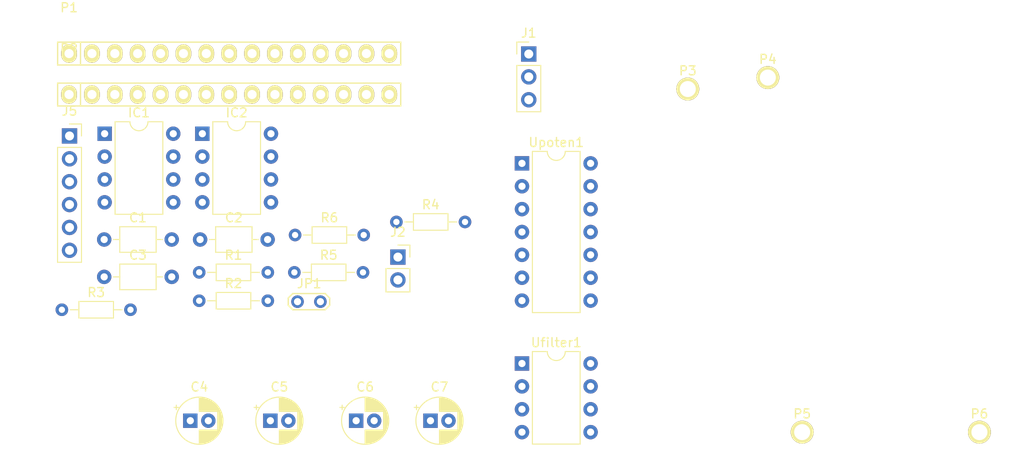
<source format=kicad_pcb>
(kicad_pcb (version 20171130) (host pcbnew "(5.1.10-1-10_14)")

  (general
    (thickness 1.6)
    (drawings 0)
    (tracks 0)
    (zones 0)
    (modules 27)
    (nets 58)
  )

  (page A4)
  (layers
    (0 F.Cu signal)
    (31 B.Cu signal)
    (32 B.Adhes user)
    (33 F.Adhes user)
    (34 B.Paste user)
    (35 F.Paste user)
    (36 B.SilkS user)
    (37 F.SilkS user)
    (38 B.Mask user)
    (39 F.Mask user)
    (40 Dwgs.User user)
    (41 Cmts.User user)
    (42 Eco1.User user)
    (43 Eco2.User user)
    (44 Edge.Cuts user)
    (45 Margin user)
    (46 B.CrtYd user)
    (47 F.CrtYd user)
    (48 B.Fab user)
    (49 F.Fab user)
  )

  (setup
    (last_trace_width 0.25)
    (trace_clearance 0.2)
    (zone_clearance 0.508)
    (zone_45_only no)
    (trace_min 0.2)
    (via_size 0.8)
    (via_drill 0.4)
    (via_min_size 0.4)
    (via_min_drill 0.3)
    (uvia_size 0.3)
    (uvia_drill 0.1)
    (uvias_allowed no)
    (uvia_min_size 0.2)
    (uvia_min_drill 0.1)
    (edge_width 0.1)
    (segment_width 0.2)
    (pcb_text_width 0.3)
    (pcb_text_size 1.5 1.5)
    (mod_edge_width 0.15)
    (mod_text_size 1 1)
    (mod_text_width 0.15)
    (pad_size 1.524 1.524)
    (pad_drill 0.762)
    (pad_to_mask_clearance 0)
    (aux_axis_origin 0 0)
    (visible_elements FFFFFF7F)
    (pcbplotparams
      (layerselection 0x010fc_ffffffff)
      (usegerberextensions false)
      (usegerberattributes true)
      (usegerberadvancedattributes true)
      (creategerberjobfile true)
      (excludeedgelayer true)
      (linewidth 0.100000)
      (plotframeref false)
      (viasonmask false)
      (mode 1)
      (useauxorigin false)
      (hpglpennumber 1)
      (hpglpenspeed 20)
      (hpglpendiameter 15.000000)
      (psnegative false)
      (psa4output false)
      (plotreference true)
      (plotvalue true)
      (plotinvisibletext false)
      (padsonsilk false)
      (subtractmaskfromsilk false)
      (outputformat 1)
      (mirror false)
      (drillshape 1)
      (scaleselection 1)
      (outputdirectory ""))
  )

  (net 0 "")
  (net 1 GND)
  (net 2 "Net-(C1-Pad2)")
  (net 3 "Net-(C2-Pad2)")
  (net 4 "Net-(C2-Pad1)")
  (net 5 "Net-(C3-Pad1)")
  (net 6 "Net-(C3-Pad2)")
  (net 7 "Net-(C4-Pad1)")
  (net 8 "Net-(C4-Pad2)")
  (net 9 -5V)
  (net 10 "Net-(C6-Pad2)")
  (net 11 "Net-(C7-Pad1)")
  (net 12 "Net-(C7-Pad2)")
  (net 13 D12)
  (net 14 "Net-(IC1-Pad7)")
  (net 15 "Net-(IC1-Pad6)")
  (net 16 "Net-(IC1-Pad1)")
  (net 17 "Net-(IC2-Pad1)")
  (net 18 "Net-(IC2-Pad6)")
  (net 19 "Net-(IC2-Pad7)")
  (net 20 "Net-(J1-Pad1)")
  (net 21 "Net-(J1-Pad2)")
  (net 22 POS)
  (net 23 "Net-(J5-Pad1)")
  (net 24 TX1)
  (net 25 RX0)
  (net 26 D2)
  (net 27 "Net-(J5-Pad6)")
  (net 28 /Reset)
  (net 29 "/3(**)")
  (net 30 /4)
  (net 31 "/5(**)")
  (net 32 "/6(**)")
  (net 33 /8)
  (net 34 D9)
  (net 35 D10)
  (net 36 "/11(**/MOSI)")
  (net 37 "/13(SCK)")
  (net 38 +3V3)
  (net 39 /AREF)
  (net 40 A0)
  (net 41 /A1)
  (net 42 /A2)
  (net 43 /A3)
  (net 44 /A4)
  (net 45 /A5)
  (net 46 /A6)
  (net 47 /A7)
  (net 48 +5V)
  (net 49 /Vin)
  (net 50 "Net-(P3-Pad1)")
  (net 51 "Net-(P4-Pad1)")
  (net 52 "Net-(P5-Pad1)")
  (net 53 "Net-(P6-Pad1)")
  (net 54 "Net-(R2-Pad2)")
  (net 55 "Net-(Ufilter1-Pad1)")
  (net 56 "Net-(Ufilter1-Pad5)")
  (net 57 "Net-(Ufilter1-Pad8)")

  (net_class Default "This is the default net class."
    (clearance 0.2)
    (trace_width 0.25)
    (via_dia 0.8)
    (via_drill 0.4)
    (uvia_dia 0.3)
    (uvia_drill 0.1)
    (add_net +3V3)
    (add_net +5V)
    (add_net -5V)
    (add_net "/11(**/MOSI)")
    (add_net "/13(SCK)")
    (add_net "/3(**)")
    (add_net /4)
    (add_net "/5(**)")
    (add_net "/6(**)")
    (add_net /8)
    (add_net /A1)
    (add_net /A2)
    (add_net /A3)
    (add_net /A4)
    (add_net /A5)
    (add_net /A6)
    (add_net /A7)
    (add_net /AREF)
    (add_net /Reset)
    (add_net /Vin)
    (add_net A0)
    (add_net D10)
    (add_net D12)
    (add_net D2)
    (add_net D9)
    (add_net GND)
    (add_net "Net-(C1-Pad2)")
    (add_net "Net-(C2-Pad1)")
    (add_net "Net-(C2-Pad2)")
    (add_net "Net-(C3-Pad1)")
    (add_net "Net-(C3-Pad2)")
    (add_net "Net-(C4-Pad1)")
    (add_net "Net-(C4-Pad2)")
    (add_net "Net-(C6-Pad2)")
    (add_net "Net-(C7-Pad1)")
    (add_net "Net-(C7-Pad2)")
    (add_net "Net-(IC1-Pad1)")
    (add_net "Net-(IC1-Pad6)")
    (add_net "Net-(IC1-Pad7)")
    (add_net "Net-(IC2-Pad1)")
    (add_net "Net-(IC2-Pad6)")
    (add_net "Net-(IC2-Pad7)")
    (add_net "Net-(J1-Pad1)")
    (add_net "Net-(J1-Pad2)")
    (add_net "Net-(J5-Pad1)")
    (add_net "Net-(J5-Pad6)")
    (add_net "Net-(P3-Pad1)")
    (add_net "Net-(P4-Pad1)")
    (add_net "Net-(P5-Pad1)")
    (add_net "Net-(P6-Pad1)")
    (add_net "Net-(R2-Pad2)")
    (add_net "Net-(Ufilter1-Pad1)")
    (add_net "Net-(Ufilter1-Pad5)")
    (add_net "Net-(Ufilter1-Pad8)")
    (add_net POS)
    (add_net RX0)
    (add_net TX1)
  )

  (module Capacitor_THT:C_Axial_L3.8mm_D2.6mm_P7.50mm_Horizontal (layer F.Cu) (tedit 5AE50EF0) (tstamp 61C2D76E)
    (at 128.230001 104.340001)
    (descr "C, Axial series, Axial, Horizontal, pin pitch=7.5mm, , length*diameter=3.8*2.6mm^2, http://www.vishay.com/docs/45231/arseries.pdf")
    (tags "C Axial series Axial Horizontal pin pitch 7.5mm  length 3.8mm diameter 2.6mm")
    (path /6194B542)
    (fp_text reference C1 (at 3.75 -2.42) (layer F.SilkS)
      (effects (font (size 1 1) (thickness 0.15)))
    )
    (fp_text value 100nf (at 3.75 2.42) (layer F.Fab)
      (effects (font (size 1 1) (thickness 0.15)))
    )
    (fp_line (start 1.85 -1.3) (end 1.85 1.3) (layer F.Fab) (width 0.1))
    (fp_line (start 1.85 1.3) (end 5.65 1.3) (layer F.Fab) (width 0.1))
    (fp_line (start 5.65 1.3) (end 5.65 -1.3) (layer F.Fab) (width 0.1))
    (fp_line (start 5.65 -1.3) (end 1.85 -1.3) (layer F.Fab) (width 0.1))
    (fp_line (start 0 0) (end 1.85 0) (layer F.Fab) (width 0.1))
    (fp_line (start 7.5 0) (end 5.65 0) (layer F.Fab) (width 0.1))
    (fp_line (start 1.73 -1.42) (end 1.73 1.42) (layer F.SilkS) (width 0.12))
    (fp_line (start 1.73 1.42) (end 5.77 1.42) (layer F.SilkS) (width 0.12))
    (fp_line (start 5.77 1.42) (end 5.77 -1.42) (layer F.SilkS) (width 0.12))
    (fp_line (start 5.77 -1.42) (end 1.73 -1.42) (layer F.SilkS) (width 0.12))
    (fp_line (start 1.04 0) (end 1.73 0) (layer F.SilkS) (width 0.12))
    (fp_line (start 6.46 0) (end 5.77 0) (layer F.SilkS) (width 0.12))
    (fp_line (start -1.05 -1.55) (end -1.05 1.55) (layer F.CrtYd) (width 0.05))
    (fp_line (start -1.05 1.55) (end 8.55 1.55) (layer F.CrtYd) (width 0.05))
    (fp_line (start 8.55 1.55) (end 8.55 -1.55) (layer F.CrtYd) (width 0.05))
    (fp_line (start 8.55 -1.55) (end -1.05 -1.55) (layer F.CrtYd) (width 0.05))
    (fp_text user %R (at 3.75 0) (layer F.Fab)
      (effects (font (size 0.76 0.76) (thickness 0.114)))
    )
    (pad 1 thru_hole circle (at 0 0) (size 1.6 1.6) (drill 0.8) (layers *.Cu *.Mask)
      (net 1 GND))
    (pad 2 thru_hole oval (at 7.5 0) (size 1.6 1.6) (drill 0.8) (layers *.Cu *.Mask)
      (net 2 "Net-(C1-Pad2)"))
    (model ${KISYS3DMOD}/Capacitor_THT.3dshapes/C_Axial_L3.8mm_D2.6mm_P7.50mm_Horizontal.wrl
      (at (xyz 0 0 0))
      (scale (xyz 1 1 1))
      (rotate (xyz 0 0 0))
    )
  )

  (module Capacitor_THT:C_Axial_L3.8mm_D2.6mm_P7.50mm_Horizontal (layer F.Cu) (tedit 5AE50EF0) (tstamp 61C2D785)
    (at 138.880001 104.340001)
    (descr "C, Axial series, Axial, Horizontal, pin pitch=7.5mm, , length*diameter=3.8*2.6mm^2, http://www.vishay.com/docs/45231/arseries.pdf")
    (tags "C Axial series Axial Horizontal pin pitch 7.5mm  length 3.8mm diameter 2.6mm")
    (path /6194BE5B)
    (fp_text reference C2 (at 3.75 -2.42) (layer F.SilkS)
      (effects (font (size 1 1) (thickness 0.15)))
    )
    (fp_text value 470nf (at 3.75 2.42) (layer F.Fab)
      (effects (font (size 1 1) (thickness 0.15)))
    )
    (fp_line (start 8.55 -1.55) (end -1.05 -1.55) (layer F.CrtYd) (width 0.05))
    (fp_line (start 8.55 1.55) (end 8.55 -1.55) (layer F.CrtYd) (width 0.05))
    (fp_line (start -1.05 1.55) (end 8.55 1.55) (layer F.CrtYd) (width 0.05))
    (fp_line (start -1.05 -1.55) (end -1.05 1.55) (layer F.CrtYd) (width 0.05))
    (fp_line (start 6.46 0) (end 5.77 0) (layer F.SilkS) (width 0.12))
    (fp_line (start 1.04 0) (end 1.73 0) (layer F.SilkS) (width 0.12))
    (fp_line (start 5.77 -1.42) (end 1.73 -1.42) (layer F.SilkS) (width 0.12))
    (fp_line (start 5.77 1.42) (end 5.77 -1.42) (layer F.SilkS) (width 0.12))
    (fp_line (start 1.73 1.42) (end 5.77 1.42) (layer F.SilkS) (width 0.12))
    (fp_line (start 1.73 -1.42) (end 1.73 1.42) (layer F.SilkS) (width 0.12))
    (fp_line (start 7.5 0) (end 5.65 0) (layer F.Fab) (width 0.1))
    (fp_line (start 0 0) (end 1.85 0) (layer F.Fab) (width 0.1))
    (fp_line (start 5.65 -1.3) (end 1.85 -1.3) (layer F.Fab) (width 0.1))
    (fp_line (start 5.65 1.3) (end 5.65 -1.3) (layer F.Fab) (width 0.1))
    (fp_line (start 1.85 1.3) (end 5.65 1.3) (layer F.Fab) (width 0.1))
    (fp_line (start 1.85 -1.3) (end 1.85 1.3) (layer F.Fab) (width 0.1))
    (fp_text user %R (at 3.75 0) (layer F.Fab)
      (effects (font (size 0.76 0.76) (thickness 0.114)))
    )
    (pad 2 thru_hole oval (at 7.5 0) (size 1.6 1.6) (drill 0.8) (layers *.Cu *.Mask)
      (net 3 "Net-(C2-Pad2)"))
    (pad 1 thru_hole circle (at 0 0) (size 1.6 1.6) (drill 0.8) (layers *.Cu *.Mask)
      (net 4 "Net-(C2-Pad1)"))
    (model ${KISYS3DMOD}/Capacitor_THT.3dshapes/C_Axial_L3.8mm_D2.6mm_P7.50mm_Horizontal.wrl
      (at (xyz 0 0 0))
      (scale (xyz 1 1 1))
      (rotate (xyz 0 0 0))
    )
  )

  (module Capacitor_THT:C_Axial_L3.8mm_D2.6mm_P7.50mm_Horizontal (layer F.Cu) (tedit 5AE50EF0) (tstamp 61C2D79C)
    (at 128.230001 108.490001)
    (descr "C, Axial series, Axial, Horizontal, pin pitch=7.5mm, , length*diameter=3.8*2.6mm^2, http://www.vishay.com/docs/45231/arseries.pdf")
    (tags "C Axial series Axial Horizontal pin pitch 7.5mm  length 3.8mm diameter 2.6mm")
    (path /6194C9F4)
    (fp_text reference C3 (at 3.75 -2.42) (layer F.SilkS)
      (effects (font (size 1 1) (thickness 0.15)))
    )
    (fp_text value 470nf (at 3.75 2.42) (layer F.Fab)
      (effects (font (size 1 1) (thickness 0.15)))
    )
    (fp_line (start 1.85 -1.3) (end 1.85 1.3) (layer F.Fab) (width 0.1))
    (fp_line (start 1.85 1.3) (end 5.65 1.3) (layer F.Fab) (width 0.1))
    (fp_line (start 5.65 1.3) (end 5.65 -1.3) (layer F.Fab) (width 0.1))
    (fp_line (start 5.65 -1.3) (end 1.85 -1.3) (layer F.Fab) (width 0.1))
    (fp_line (start 0 0) (end 1.85 0) (layer F.Fab) (width 0.1))
    (fp_line (start 7.5 0) (end 5.65 0) (layer F.Fab) (width 0.1))
    (fp_line (start 1.73 -1.42) (end 1.73 1.42) (layer F.SilkS) (width 0.12))
    (fp_line (start 1.73 1.42) (end 5.77 1.42) (layer F.SilkS) (width 0.12))
    (fp_line (start 5.77 1.42) (end 5.77 -1.42) (layer F.SilkS) (width 0.12))
    (fp_line (start 5.77 -1.42) (end 1.73 -1.42) (layer F.SilkS) (width 0.12))
    (fp_line (start 1.04 0) (end 1.73 0) (layer F.SilkS) (width 0.12))
    (fp_line (start 6.46 0) (end 5.77 0) (layer F.SilkS) (width 0.12))
    (fp_line (start -1.05 -1.55) (end -1.05 1.55) (layer F.CrtYd) (width 0.05))
    (fp_line (start -1.05 1.55) (end 8.55 1.55) (layer F.CrtYd) (width 0.05))
    (fp_line (start 8.55 1.55) (end 8.55 -1.55) (layer F.CrtYd) (width 0.05))
    (fp_line (start 8.55 -1.55) (end -1.05 -1.55) (layer F.CrtYd) (width 0.05))
    (fp_text user %R (at 3.75 0) (layer F.Fab)
      (effects (font (size 0.76 0.76) (thickness 0.114)))
    )
    (pad 1 thru_hole circle (at 0 0) (size 1.6 1.6) (drill 0.8) (layers *.Cu *.Mask)
      (net 5 "Net-(C3-Pad1)"))
    (pad 2 thru_hole oval (at 7.5 0) (size 1.6 1.6) (drill 0.8) (layers *.Cu *.Mask)
      (net 6 "Net-(C3-Pad2)"))
    (model ${KISYS3DMOD}/Capacitor_THT.3dshapes/C_Axial_L3.8mm_D2.6mm_P7.50mm_Horizontal.wrl
      (at (xyz 0 0 0))
      (scale (xyz 1 1 1))
      (rotate (xyz 0 0 0))
    )
  )

  (module Capacitor_THT:CP_Radial_D5.0mm_P2.00mm (layer F.Cu) (tedit 5AE50EF0) (tstamp 61C2D81F)
    (at 137.795 124.46)
    (descr "CP, Radial series, Radial, pin pitch=2.00mm, , diameter=5mm, Electrolytic Capacitor")
    (tags "CP Radial series Radial pin pitch 2.00mm  diameter 5mm Electrolytic Capacitor")
    (path /6194D19E)
    (fp_text reference C4 (at 1 -3.75) (layer F.SilkS)
      (effects (font (size 1 1) (thickness 0.15)))
    )
    (fp_text value 10micron (at 1 3.75) (layer F.Fab)
      (effects (font (size 1 1) (thickness 0.15)))
    )
    (fp_circle (center 1 0) (end 3.5 0) (layer F.Fab) (width 0.1))
    (fp_circle (center 1 0) (end 3.62 0) (layer F.SilkS) (width 0.12))
    (fp_circle (center 1 0) (end 3.75 0) (layer F.CrtYd) (width 0.05))
    (fp_line (start -1.133605 -1.0875) (end -0.633605 -1.0875) (layer F.Fab) (width 0.1))
    (fp_line (start -0.883605 -1.3375) (end -0.883605 -0.8375) (layer F.Fab) (width 0.1))
    (fp_line (start 1 1.04) (end 1 2.58) (layer F.SilkS) (width 0.12))
    (fp_line (start 1 -2.58) (end 1 -1.04) (layer F.SilkS) (width 0.12))
    (fp_line (start 1.04 1.04) (end 1.04 2.58) (layer F.SilkS) (width 0.12))
    (fp_line (start 1.04 -2.58) (end 1.04 -1.04) (layer F.SilkS) (width 0.12))
    (fp_line (start 1.08 -2.579) (end 1.08 -1.04) (layer F.SilkS) (width 0.12))
    (fp_line (start 1.08 1.04) (end 1.08 2.579) (layer F.SilkS) (width 0.12))
    (fp_line (start 1.12 -2.578) (end 1.12 -1.04) (layer F.SilkS) (width 0.12))
    (fp_line (start 1.12 1.04) (end 1.12 2.578) (layer F.SilkS) (width 0.12))
    (fp_line (start 1.16 -2.576) (end 1.16 -1.04) (layer F.SilkS) (width 0.12))
    (fp_line (start 1.16 1.04) (end 1.16 2.576) (layer F.SilkS) (width 0.12))
    (fp_line (start 1.2 -2.573) (end 1.2 -1.04) (layer F.SilkS) (width 0.12))
    (fp_line (start 1.2 1.04) (end 1.2 2.573) (layer F.SilkS) (width 0.12))
    (fp_line (start 1.24 -2.569) (end 1.24 -1.04) (layer F.SilkS) (width 0.12))
    (fp_line (start 1.24 1.04) (end 1.24 2.569) (layer F.SilkS) (width 0.12))
    (fp_line (start 1.28 -2.565) (end 1.28 -1.04) (layer F.SilkS) (width 0.12))
    (fp_line (start 1.28 1.04) (end 1.28 2.565) (layer F.SilkS) (width 0.12))
    (fp_line (start 1.32 -2.561) (end 1.32 -1.04) (layer F.SilkS) (width 0.12))
    (fp_line (start 1.32 1.04) (end 1.32 2.561) (layer F.SilkS) (width 0.12))
    (fp_line (start 1.36 -2.556) (end 1.36 -1.04) (layer F.SilkS) (width 0.12))
    (fp_line (start 1.36 1.04) (end 1.36 2.556) (layer F.SilkS) (width 0.12))
    (fp_line (start 1.4 -2.55) (end 1.4 -1.04) (layer F.SilkS) (width 0.12))
    (fp_line (start 1.4 1.04) (end 1.4 2.55) (layer F.SilkS) (width 0.12))
    (fp_line (start 1.44 -2.543) (end 1.44 -1.04) (layer F.SilkS) (width 0.12))
    (fp_line (start 1.44 1.04) (end 1.44 2.543) (layer F.SilkS) (width 0.12))
    (fp_line (start 1.48 -2.536) (end 1.48 -1.04) (layer F.SilkS) (width 0.12))
    (fp_line (start 1.48 1.04) (end 1.48 2.536) (layer F.SilkS) (width 0.12))
    (fp_line (start 1.52 -2.528) (end 1.52 -1.04) (layer F.SilkS) (width 0.12))
    (fp_line (start 1.52 1.04) (end 1.52 2.528) (layer F.SilkS) (width 0.12))
    (fp_line (start 1.56 -2.52) (end 1.56 -1.04) (layer F.SilkS) (width 0.12))
    (fp_line (start 1.56 1.04) (end 1.56 2.52) (layer F.SilkS) (width 0.12))
    (fp_line (start 1.6 -2.511) (end 1.6 -1.04) (layer F.SilkS) (width 0.12))
    (fp_line (start 1.6 1.04) (end 1.6 2.511) (layer F.SilkS) (width 0.12))
    (fp_line (start 1.64 -2.501) (end 1.64 -1.04) (layer F.SilkS) (width 0.12))
    (fp_line (start 1.64 1.04) (end 1.64 2.501) (layer F.SilkS) (width 0.12))
    (fp_line (start 1.68 -2.491) (end 1.68 -1.04) (layer F.SilkS) (width 0.12))
    (fp_line (start 1.68 1.04) (end 1.68 2.491) (layer F.SilkS) (width 0.12))
    (fp_line (start 1.721 -2.48) (end 1.721 -1.04) (layer F.SilkS) (width 0.12))
    (fp_line (start 1.721 1.04) (end 1.721 2.48) (layer F.SilkS) (width 0.12))
    (fp_line (start 1.761 -2.468) (end 1.761 -1.04) (layer F.SilkS) (width 0.12))
    (fp_line (start 1.761 1.04) (end 1.761 2.468) (layer F.SilkS) (width 0.12))
    (fp_line (start 1.801 -2.455) (end 1.801 -1.04) (layer F.SilkS) (width 0.12))
    (fp_line (start 1.801 1.04) (end 1.801 2.455) (layer F.SilkS) (width 0.12))
    (fp_line (start 1.841 -2.442) (end 1.841 -1.04) (layer F.SilkS) (width 0.12))
    (fp_line (start 1.841 1.04) (end 1.841 2.442) (layer F.SilkS) (width 0.12))
    (fp_line (start 1.881 -2.428) (end 1.881 -1.04) (layer F.SilkS) (width 0.12))
    (fp_line (start 1.881 1.04) (end 1.881 2.428) (layer F.SilkS) (width 0.12))
    (fp_line (start 1.921 -2.414) (end 1.921 -1.04) (layer F.SilkS) (width 0.12))
    (fp_line (start 1.921 1.04) (end 1.921 2.414) (layer F.SilkS) (width 0.12))
    (fp_line (start 1.961 -2.398) (end 1.961 -1.04) (layer F.SilkS) (width 0.12))
    (fp_line (start 1.961 1.04) (end 1.961 2.398) (layer F.SilkS) (width 0.12))
    (fp_line (start 2.001 -2.382) (end 2.001 -1.04) (layer F.SilkS) (width 0.12))
    (fp_line (start 2.001 1.04) (end 2.001 2.382) (layer F.SilkS) (width 0.12))
    (fp_line (start 2.041 -2.365) (end 2.041 -1.04) (layer F.SilkS) (width 0.12))
    (fp_line (start 2.041 1.04) (end 2.041 2.365) (layer F.SilkS) (width 0.12))
    (fp_line (start 2.081 -2.348) (end 2.081 -1.04) (layer F.SilkS) (width 0.12))
    (fp_line (start 2.081 1.04) (end 2.081 2.348) (layer F.SilkS) (width 0.12))
    (fp_line (start 2.121 -2.329) (end 2.121 -1.04) (layer F.SilkS) (width 0.12))
    (fp_line (start 2.121 1.04) (end 2.121 2.329) (layer F.SilkS) (width 0.12))
    (fp_line (start 2.161 -2.31) (end 2.161 -1.04) (layer F.SilkS) (width 0.12))
    (fp_line (start 2.161 1.04) (end 2.161 2.31) (layer F.SilkS) (width 0.12))
    (fp_line (start 2.201 -2.29) (end 2.201 -1.04) (layer F.SilkS) (width 0.12))
    (fp_line (start 2.201 1.04) (end 2.201 2.29) (layer F.SilkS) (width 0.12))
    (fp_line (start 2.241 -2.268) (end 2.241 -1.04) (layer F.SilkS) (width 0.12))
    (fp_line (start 2.241 1.04) (end 2.241 2.268) (layer F.SilkS) (width 0.12))
    (fp_line (start 2.281 -2.247) (end 2.281 -1.04) (layer F.SilkS) (width 0.12))
    (fp_line (start 2.281 1.04) (end 2.281 2.247) (layer F.SilkS) (width 0.12))
    (fp_line (start 2.321 -2.224) (end 2.321 -1.04) (layer F.SilkS) (width 0.12))
    (fp_line (start 2.321 1.04) (end 2.321 2.224) (layer F.SilkS) (width 0.12))
    (fp_line (start 2.361 -2.2) (end 2.361 -1.04) (layer F.SilkS) (width 0.12))
    (fp_line (start 2.361 1.04) (end 2.361 2.2) (layer F.SilkS) (width 0.12))
    (fp_line (start 2.401 -2.175) (end 2.401 -1.04) (layer F.SilkS) (width 0.12))
    (fp_line (start 2.401 1.04) (end 2.401 2.175) (layer F.SilkS) (width 0.12))
    (fp_line (start 2.441 -2.149) (end 2.441 -1.04) (layer F.SilkS) (width 0.12))
    (fp_line (start 2.441 1.04) (end 2.441 2.149) (layer F.SilkS) (width 0.12))
    (fp_line (start 2.481 -2.122) (end 2.481 -1.04) (layer F.SilkS) (width 0.12))
    (fp_line (start 2.481 1.04) (end 2.481 2.122) (layer F.SilkS) (width 0.12))
    (fp_line (start 2.521 -2.095) (end 2.521 -1.04) (layer F.SilkS) (width 0.12))
    (fp_line (start 2.521 1.04) (end 2.521 2.095) (layer F.SilkS) (width 0.12))
    (fp_line (start 2.561 -2.065) (end 2.561 -1.04) (layer F.SilkS) (width 0.12))
    (fp_line (start 2.561 1.04) (end 2.561 2.065) (layer F.SilkS) (width 0.12))
    (fp_line (start 2.601 -2.035) (end 2.601 -1.04) (layer F.SilkS) (width 0.12))
    (fp_line (start 2.601 1.04) (end 2.601 2.035) (layer F.SilkS) (width 0.12))
    (fp_line (start 2.641 -2.004) (end 2.641 -1.04) (layer F.SilkS) (width 0.12))
    (fp_line (start 2.641 1.04) (end 2.641 2.004) (layer F.SilkS) (width 0.12))
    (fp_line (start 2.681 -1.971) (end 2.681 -1.04) (layer F.SilkS) (width 0.12))
    (fp_line (start 2.681 1.04) (end 2.681 1.971) (layer F.SilkS) (width 0.12))
    (fp_line (start 2.721 -1.937) (end 2.721 -1.04) (layer F.SilkS) (width 0.12))
    (fp_line (start 2.721 1.04) (end 2.721 1.937) (layer F.SilkS) (width 0.12))
    (fp_line (start 2.761 -1.901) (end 2.761 -1.04) (layer F.SilkS) (width 0.12))
    (fp_line (start 2.761 1.04) (end 2.761 1.901) (layer F.SilkS) (width 0.12))
    (fp_line (start 2.801 -1.864) (end 2.801 -1.04) (layer F.SilkS) (width 0.12))
    (fp_line (start 2.801 1.04) (end 2.801 1.864) (layer F.SilkS) (width 0.12))
    (fp_line (start 2.841 -1.826) (end 2.841 -1.04) (layer F.SilkS) (width 0.12))
    (fp_line (start 2.841 1.04) (end 2.841 1.826) (layer F.SilkS) (width 0.12))
    (fp_line (start 2.881 -1.785) (end 2.881 -1.04) (layer F.SilkS) (width 0.12))
    (fp_line (start 2.881 1.04) (end 2.881 1.785) (layer F.SilkS) (width 0.12))
    (fp_line (start 2.921 -1.743) (end 2.921 -1.04) (layer F.SilkS) (width 0.12))
    (fp_line (start 2.921 1.04) (end 2.921 1.743) (layer F.SilkS) (width 0.12))
    (fp_line (start 2.961 -1.699) (end 2.961 -1.04) (layer F.SilkS) (width 0.12))
    (fp_line (start 2.961 1.04) (end 2.961 1.699) (layer F.SilkS) (width 0.12))
    (fp_line (start 3.001 -1.653) (end 3.001 -1.04) (layer F.SilkS) (width 0.12))
    (fp_line (start 3.001 1.04) (end 3.001 1.653) (layer F.SilkS) (width 0.12))
    (fp_line (start 3.041 -1.605) (end 3.041 1.605) (layer F.SilkS) (width 0.12))
    (fp_line (start 3.081 -1.554) (end 3.081 1.554) (layer F.SilkS) (width 0.12))
    (fp_line (start 3.121 -1.5) (end 3.121 1.5) (layer F.SilkS) (width 0.12))
    (fp_line (start 3.161 -1.443) (end 3.161 1.443) (layer F.SilkS) (width 0.12))
    (fp_line (start 3.201 -1.383) (end 3.201 1.383) (layer F.SilkS) (width 0.12))
    (fp_line (start 3.241 -1.319) (end 3.241 1.319) (layer F.SilkS) (width 0.12))
    (fp_line (start 3.281 -1.251) (end 3.281 1.251) (layer F.SilkS) (width 0.12))
    (fp_line (start 3.321 -1.178) (end 3.321 1.178) (layer F.SilkS) (width 0.12))
    (fp_line (start 3.361 -1.098) (end 3.361 1.098) (layer F.SilkS) (width 0.12))
    (fp_line (start 3.401 -1.011) (end 3.401 1.011) (layer F.SilkS) (width 0.12))
    (fp_line (start 3.441 -0.915) (end 3.441 0.915) (layer F.SilkS) (width 0.12))
    (fp_line (start 3.481 -0.805) (end 3.481 0.805) (layer F.SilkS) (width 0.12))
    (fp_line (start 3.521 -0.677) (end 3.521 0.677) (layer F.SilkS) (width 0.12))
    (fp_line (start 3.561 -0.518) (end 3.561 0.518) (layer F.SilkS) (width 0.12))
    (fp_line (start 3.601 -0.284) (end 3.601 0.284) (layer F.SilkS) (width 0.12))
    (fp_line (start -1.804775 -1.475) (end -1.304775 -1.475) (layer F.SilkS) (width 0.12))
    (fp_line (start -1.554775 -1.725) (end -1.554775 -1.225) (layer F.SilkS) (width 0.12))
    (fp_text user %R (at 1 0) (layer F.Fab)
      (effects (font (size 1 1) (thickness 0.15)))
    )
    (pad 1 thru_hole rect (at 0 0) (size 1.6 1.6) (drill 0.8) (layers *.Cu *.Mask)
      (net 7 "Net-(C4-Pad1)"))
    (pad 2 thru_hole circle (at 2 0) (size 1.6 1.6) (drill 0.8) (layers *.Cu *.Mask)
      (net 8 "Net-(C4-Pad2)"))
    (model ${KISYS3DMOD}/Capacitor_THT.3dshapes/CP_Radial_D5.0mm_P2.00mm.wrl
      (at (xyz 0 0 0))
      (scale (xyz 1 1 1))
      (rotate (xyz 0 0 0))
    )
  )

  (module Capacitor_THT:CP_Radial_D5.0mm_P2.00mm (layer F.Cu) (tedit 5AE50EF0) (tstamp 61C2D8A2)
    (at 146.685 124.46)
    (descr "CP, Radial series, Radial, pin pitch=2.00mm, , diameter=5mm, Electrolytic Capacitor")
    (tags "CP Radial series Radial pin pitch 2.00mm  diameter 5mm Electrolytic Capacitor")
    (path /6194D737)
    (fp_text reference C5 (at 1 -3.75) (layer F.SilkS)
      (effects (font (size 1 1) (thickness 0.15)))
    )
    (fp_text value 10micron (at 1 3.75) (layer F.Fab)
      (effects (font (size 1 1) (thickness 0.15)))
    )
    (fp_line (start -1.554775 -1.725) (end -1.554775 -1.225) (layer F.SilkS) (width 0.12))
    (fp_line (start -1.804775 -1.475) (end -1.304775 -1.475) (layer F.SilkS) (width 0.12))
    (fp_line (start 3.601 -0.284) (end 3.601 0.284) (layer F.SilkS) (width 0.12))
    (fp_line (start 3.561 -0.518) (end 3.561 0.518) (layer F.SilkS) (width 0.12))
    (fp_line (start 3.521 -0.677) (end 3.521 0.677) (layer F.SilkS) (width 0.12))
    (fp_line (start 3.481 -0.805) (end 3.481 0.805) (layer F.SilkS) (width 0.12))
    (fp_line (start 3.441 -0.915) (end 3.441 0.915) (layer F.SilkS) (width 0.12))
    (fp_line (start 3.401 -1.011) (end 3.401 1.011) (layer F.SilkS) (width 0.12))
    (fp_line (start 3.361 -1.098) (end 3.361 1.098) (layer F.SilkS) (width 0.12))
    (fp_line (start 3.321 -1.178) (end 3.321 1.178) (layer F.SilkS) (width 0.12))
    (fp_line (start 3.281 -1.251) (end 3.281 1.251) (layer F.SilkS) (width 0.12))
    (fp_line (start 3.241 -1.319) (end 3.241 1.319) (layer F.SilkS) (width 0.12))
    (fp_line (start 3.201 -1.383) (end 3.201 1.383) (layer F.SilkS) (width 0.12))
    (fp_line (start 3.161 -1.443) (end 3.161 1.443) (layer F.SilkS) (width 0.12))
    (fp_line (start 3.121 -1.5) (end 3.121 1.5) (layer F.SilkS) (width 0.12))
    (fp_line (start 3.081 -1.554) (end 3.081 1.554) (layer F.SilkS) (width 0.12))
    (fp_line (start 3.041 -1.605) (end 3.041 1.605) (layer F.SilkS) (width 0.12))
    (fp_line (start 3.001 1.04) (end 3.001 1.653) (layer F.SilkS) (width 0.12))
    (fp_line (start 3.001 -1.653) (end 3.001 -1.04) (layer F.SilkS) (width 0.12))
    (fp_line (start 2.961 1.04) (end 2.961 1.699) (layer F.SilkS) (width 0.12))
    (fp_line (start 2.961 -1.699) (end 2.961 -1.04) (layer F.SilkS) (width 0.12))
    (fp_line (start 2.921 1.04) (end 2.921 1.743) (layer F.SilkS) (width 0.12))
    (fp_line (start 2.921 -1.743) (end 2.921 -1.04) (layer F.SilkS) (width 0.12))
    (fp_line (start 2.881 1.04) (end 2.881 1.785) (layer F.SilkS) (width 0.12))
    (fp_line (start 2.881 -1.785) (end 2.881 -1.04) (layer F.SilkS) (width 0.12))
    (fp_line (start 2.841 1.04) (end 2.841 1.826) (layer F.SilkS) (width 0.12))
    (fp_line (start 2.841 -1.826) (end 2.841 -1.04) (layer F.SilkS) (width 0.12))
    (fp_line (start 2.801 1.04) (end 2.801 1.864) (layer F.SilkS) (width 0.12))
    (fp_line (start 2.801 -1.864) (end 2.801 -1.04) (layer F.SilkS) (width 0.12))
    (fp_line (start 2.761 1.04) (end 2.761 1.901) (layer F.SilkS) (width 0.12))
    (fp_line (start 2.761 -1.901) (end 2.761 -1.04) (layer F.SilkS) (width 0.12))
    (fp_line (start 2.721 1.04) (end 2.721 1.937) (layer F.SilkS) (width 0.12))
    (fp_line (start 2.721 -1.937) (end 2.721 -1.04) (layer F.SilkS) (width 0.12))
    (fp_line (start 2.681 1.04) (end 2.681 1.971) (layer F.SilkS) (width 0.12))
    (fp_line (start 2.681 -1.971) (end 2.681 -1.04) (layer F.SilkS) (width 0.12))
    (fp_line (start 2.641 1.04) (end 2.641 2.004) (layer F.SilkS) (width 0.12))
    (fp_line (start 2.641 -2.004) (end 2.641 -1.04) (layer F.SilkS) (width 0.12))
    (fp_line (start 2.601 1.04) (end 2.601 2.035) (layer F.SilkS) (width 0.12))
    (fp_line (start 2.601 -2.035) (end 2.601 -1.04) (layer F.SilkS) (width 0.12))
    (fp_line (start 2.561 1.04) (end 2.561 2.065) (layer F.SilkS) (width 0.12))
    (fp_line (start 2.561 -2.065) (end 2.561 -1.04) (layer F.SilkS) (width 0.12))
    (fp_line (start 2.521 1.04) (end 2.521 2.095) (layer F.SilkS) (width 0.12))
    (fp_line (start 2.521 -2.095) (end 2.521 -1.04) (layer F.SilkS) (width 0.12))
    (fp_line (start 2.481 1.04) (end 2.481 2.122) (layer F.SilkS) (width 0.12))
    (fp_line (start 2.481 -2.122) (end 2.481 -1.04) (layer F.SilkS) (width 0.12))
    (fp_line (start 2.441 1.04) (end 2.441 2.149) (layer F.SilkS) (width 0.12))
    (fp_line (start 2.441 -2.149) (end 2.441 -1.04) (layer F.SilkS) (width 0.12))
    (fp_line (start 2.401 1.04) (end 2.401 2.175) (layer F.SilkS) (width 0.12))
    (fp_line (start 2.401 -2.175) (end 2.401 -1.04) (layer F.SilkS) (width 0.12))
    (fp_line (start 2.361 1.04) (end 2.361 2.2) (layer F.SilkS) (width 0.12))
    (fp_line (start 2.361 -2.2) (end 2.361 -1.04) (layer F.SilkS) (width 0.12))
    (fp_line (start 2.321 1.04) (end 2.321 2.224) (layer F.SilkS) (width 0.12))
    (fp_line (start 2.321 -2.224) (end 2.321 -1.04) (layer F.SilkS) (width 0.12))
    (fp_line (start 2.281 1.04) (end 2.281 2.247) (layer F.SilkS) (width 0.12))
    (fp_line (start 2.281 -2.247) (end 2.281 -1.04) (layer F.SilkS) (width 0.12))
    (fp_line (start 2.241 1.04) (end 2.241 2.268) (layer F.SilkS) (width 0.12))
    (fp_line (start 2.241 -2.268) (end 2.241 -1.04) (layer F.SilkS) (width 0.12))
    (fp_line (start 2.201 1.04) (end 2.201 2.29) (layer F.SilkS) (width 0.12))
    (fp_line (start 2.201 -2.29) (end 2.201 -1.04) (layer F.SilkS) (width 0.12))
    (fp_line (start 2.161 1.04) (end 2.161 2.31) (layer F.SilkS) (width 0.12))
    (fp_line (start 2.161 -2.31) (end 2.161 -1.04) (layer F.SilkS) (width 0.12))
    (fp_line (start 2.121 1.04) (end 2.121 2.329) (layer F.SilkS) (width 0.12))
    (fp_line (start 2.121 -2.329) (end 2.121 -1.04) (layer F.SilkS) (width 0.12))
    (fp_line (start 2.081 1.04) (end 2.081 2.348) (layer F.SilkS) (width 0.12))
    (fp_line (start 2.081 -2.348) (end 2.081 -1.04) (layer F.SilkS) (width 0.12))
    (fp_line (start 2.041 1.04) (end 2.041 2.365) (layer F.SilkS) (width 0.12))
    (fp_line (start 2.041 -2.365) (end 2.041 -1.04) (layer F.SilkS) (width 0.12))
    (fp_line (start 2.001 1.04) (end 2.001 2.382) (layer F.SilkS) (width 0.12))
    (fp_line (start 2.001 -2.382) (end 2.001 -1.04) (layer F.SilkS) (width 0.12))
    (fp_line (start 1.961 1.04) (end 1.961 2.398) (layer F.SilkS) (width 0.12))
    (fp_line (start 1.961 -2.398) (end 1.961 -1.04) (layer F.SilkS) (width 0.12))
    (fp_line (start 1.921 1.04) (end 1.921 2.414) (layer F.SilkS) (width 0.12))
    (fp_line (start 1.921 -2.414) (end 1.921 -1.04) (layer F.SilkS) (width 0.12))
    (fp_line (start 1.881 1.04) (end 1.881 2.428) (layer F.SilkS) (width 0.12))
    (fp_line (start 1.881 -2.428) (end 1.881 -1.04) (layer F.SilkS) (width 0.12))
    (fp_line (start 1.841 1.04) (end 1.841 2.442) (layer F.SilkS) (width 0.12))
    (fp_line (start 1.841 -2.442) (end 1.841 -1.04) (layer F.SilkS) (width 0.12))
    (fp_line (start 1.801 1.04) (end 1.801 2.455) (layer F.SilkS) (width 0.12))
    (fp_line (start 1.801 -2.455) (end 1.801 -1.04) (layer F.SilkS) (width 0.12))
    (fp_line (start 1.761 1.04) (end 1.761 2.468) (layer F.SilkS) (width 0.12))
    (fp_line (start 1.761 -2.468) (end 1.761 -1.04) (layer F.SilkS) (width 0.12))
    (fp_line (start 1.721 1.04) (end 1.721 2.48) (layer F.SilkS) (width 0.12))
    (fp_line (start 1.721 -2.48) (end 1.721 -1.04) (layer F.SilkS) (width 0.12))
    (fp_line (start 1.68 1.04) (end 1.68 2.491) (layer F.SilkS) (width 0.12))
    (fp_line (start 1.68 -2.491) (end 1.68 -1.04) (layer F.SilkS) (width 0.12))
    (fp_line (start 1.64 1.04) (end 1.64 2.501) (layer F.SilkS) (width 0.12))
    (fp_line (start 1.64 -2.501) (end 1.64 -1.04) (layer F.SilkS) (width 0.12))
    (fp_line (start 1.6 1.04) (end 1.6 2.511) (layer F.SilkS) (width 0.12))
    (fp_line (start 1.6 -2.511) (end 1.6 -1.04) (layer F.SilkS) (width 0.12))
    (fp_line (start 1.56 1.04) (end 1.56 2.52) (layer F.SilkS) (width 0.12))
    (fp_line (start 1.56 -2.52) (end 1.56 -1.04) (layer F.SilkS) (width 0.12))
    (fp_line (start 1.52 1.04) (end 1.52 2.528) (layer F.SilkS) (width 0.12))
    (fp_line (start 1.52 -2.528) (end 1.52 -1.04) (layer F.SilkS) (width 0.12))
    (fp_line (start 1.48 1.04) (end 1.48 2.536) (layer F.SilkS) (width 0.12))
    (fp_line (start 1.48 -2.536) (end 1.48 -1.04) (layer F.SilkS) (width 0.12))
    (fp_line (start 1.44 1.04) (end 1.44 2.543) (layer F.SilkS) (width 0.12))
    (fp_line (start 1.44 -2.543) (end 1.44 -1.04) (layer F.SilkS) (width 0.12))
    (fp_line (start 1.4 1.04) (end 1.4 2.55) (layer F.SilkS) (width 0.12))
    (fp_line (start 1.4 -2.55) (end 1.4 -1.04) (layer F.SilkS) (width 0.12))
    (fp_line (start 1.36 1.04) (end 1.36 2.556) (layer F.SilkS) (width 0.12))
    (fp_line (start 1.36 -2.556) (end 1.36 -1.04) (layer F.SilkS) (width 0.12))
    (fp_line (start 1.32 1.04) (end 1.32 2.561) (layer F.SilkS) (width 0.12))
    (fp_line (start 1.32 -2.561) (end 1.32 -1.04) (layer F.SilkS) (width 0.12))
    (fp_line (start 1.28 1.04) (end 1.28 2.565) (layer F.SilkS) (width 0.12))
    (fp_line (start 1.28 -2.565) (end 1.28 -1.04) (layer F.SilkS) (width 0.12))
    (fp_line (start 1.24 1.04) (end 1.24 2.569) (layer F.SilkS) (width 0.12))
    (fp_line (start 1.24 -2.569) (end 1.24 -1.04) (layer F.SilkS) (width 0.12))
    (fp_line (start 1.2 1.04) (end 1.2 2.573) (layer F.SilkS) (width 0.12))
    (fp_line (start 1.2 -2.573) (end 1.2 -1.04) (layer F.SilkS) (width 0.12))
    (fp_line (start 1.16 1.04) (end 1.16 2.576) (layer F.SilkS) (width 0.12))
    (fp_line (start 1.16 -2.576) (end 1.16 -1.04) (layer F.SilkS) (width 0.12))
    (fp_line (start 1.12 1.04) (end 1.12 2.578) (layer F.SilkS) (width 0.12))
    (fp_line (start 1.12 -2.578) (end 1.12 -1.04) (layer F.SilkS) (width 0.12))
    (fp_line (start 1.08 1.04) (end 1.08 2.579) (layer F.SilkS) (width 0.12))
    (fp_line (start 1.08 -2.579) (end 1.08 -1.04) (layer F.SilkS) (width 0.12))
    (fp_line (start 1.04 -2.58) (end 1.04 -1.04) (layer F.SilkS) (width 0.12))
    (fp_line (start 1.04 1.04) (end 1.04 2.58) (layer F.SilkS) (width 0.12))
    (fp_line (start 1 -2.58) (end 1 -1.04) (layer F.SilkS) (width 0.12))
    (fp_line (start 1 1.04) (end 1 2.58) (layer F.SilkS) (width 0.12))
    (fp_line (start -0.883605 -1.3375) (end -0.883605 -0.8375) (layer F.Fab) (width 0.1))
    (fp_line (start -1.133605 -1.0875) (end -0.633605 -1.0875) (layer F.Fab) (width 0.1))
    (fp_circle (center 1 0) (end 3.75 0) (layer F.CrtYd) (width 0.05))
    (fp_circle (center 1 0) (end 3.62 0) (layer F.SilkS) (width 0.12))
    (fp_circle (center 1 0) (end 3.5 0) (layer F.Fab) (width 0.1))
    (fp_text user %R (at 1 0) (layer F.Fab)
      (effects (font (size 1 1) (thickness 0.15)))
    )
    (pad 2 thru_hole circle (at 2 0) (size 1.6 1.6) (drill 0.8) (layers *.Cu *.Mask)
      (net 9 -5V))
    (pad 1 thru_hole rect (at 0 0) (size 1.6 1.6) (drill 0.8) (layers *.Cu *.Mask)
      (net 1 GND))
    (model ${KISYS3DMOD}/Capacitor_THT.3dshapes/CP_Radial_D5.0mm_P2.00mm.wrl
      (at (xyz 0 0 0))
      (scale (xyz 1 1 1))
      (rotate (xyz 0 0 0))
    )
  )

  (module Capacitor_THT:CP_Radial_D5.0mm_P2.00mm (layer F.Cu) (tedit 5AE50EF0) (tstamp 61C2D925)
    (at 156.21 124.46)
    (descr "CP, Radial series, Radial, pin pitch=2.00mm, , diameter=5mm, Electrolytic Capacitor")
    (tags "CP Radial series Radial pin pitch 2.00mm  diameter 5mm Electrolytic Capacitor")
    (path /6194FE85)
    (fp_text reference C6 (at 1 -3.75) (layer F.SilkS)
      (effects (font (size 1 1) (thickness 0.15)))
    )
    (fp_text value 10micron (at 1 3.75) (layer F.Fab)
      (effects (font (size 1 1) (thickness 0.15)))
    )
    (fp_line (start -1.554775 -1.725) (end -1.554775 -1.225) (layer F.SilkS) (width 0.12))
    (fp_line (start -1.804775 -1.475) (end -1.304775 -1.475) (layer F.SilkS) (width 0.12))
    (fp_line (start 3.601 -0.284) (end 3.601 0.284) (layer F.SilkS) (width 0.12))
    (fp_line (start 3.561 -0.518) (end 3.561 0.518) (layer F.SilkS) (width 0.12))
    (fp_line (start 3.521 -0.677) (end 3.521 0.677) (layer F.SilkS) (width 0.12))
    (fp_line (start 3.481 -0.805) (end 3.481 0.805) (layer F.SilkS) (width 0.12))
    (fp_line (start 3.441 -0.915) (end 3.441 0.915) (layer F.SilkS) (width 0.12))
    (fp_line (start 3.401 -1.011) (end 3.401 1.011) (layer F.SilkS) (width 0.12))
    (fp_line (start 3.361 -1.098) (end 3.361 1.098) (layer F.SilkS) (width 0.12))
    (fp_line (start 3.321 -1.178) (end 3.321 1.178) (layer F.SilkS) (width 0.12))
    (fp_line (start 3.281 -1.251) (end 3.281 1.251) (layer F.SilkS) (width 0.12))
    (fp_line (start 3.241 -1.319) (end 3.241 1.319) (layer F.SilkS) (width 0.12))
    (fp_line (start 3.201 -1.383) (end 3.201 1.383) (layer F.SilkS) (width 0.12))
    (fp_line (start 3.161 -1.443) (end 3.161 1.443) (layer F.SilkS) (width 0.12))
    (fp_line (start 3.121 -1.5) (end 3.121 1.5) (layer F.SilkS) (width 0.12))
    (fp_line (start 3.081 -1.554) (end 3.081 1.554) (layer F.SilkS) (width 0.12))
    (fp_line (start 3.041 -1.605) (end 3.041 1.605) (layer F.SilkS) (width 0.12))
    (fp_line (start 3.001 1.04) (end 3.001 1.653) (layer F.SilkS) (width 0.12))
    (fp_line (start 3.001 -1.653) (end 3.001 -1.04) (layer F.SilkS) (width 0.12))
    (fp_line (start 2.961 1.04) (end 2.961 1.699) (layer F.SilkS) (width 0.12))
    (fp_line (start 2.961 -1.699) (end 2.961 -1.04) (layer F.SilkS) (width 0.12))
    (fp_line (start 2.921 1.04) (end 2.921 1.743) (layer F.SilkS) (width 0.12))
    (fp_line (start 2.921 -1.743) (end 2.921 -1.04) (layer F.SilkS) (width 0.12))
    (fp_line (start 2.881 1.04) (end 2.881 1.785) (layer F.SilkS) (width 0.12))
    (fp_line (start 2.881 -1.785) (end 2.881 -1.04) (layer F.SilkS) (width 0.12))
    (fp_line (start 2.841 1.04) (end 2.841 1.826) (layer F.SilkS) (width 0.12))
    (fp_line (start 2.841 -1.826) (end 2.841 -1.04) (layer F.SilkS) (width 0.12))
    (fp_line (start 2.801 1.04) (end 2.801 1.864) (layer F.SilkS) (width 0.12))
    (fp_line (start 2.801 -1.864) (end 2.801 -1.04) (layer F.SilkS) (width 0.12))
    (fp_line (start 2.761 1.04) (end 2.761 1.901) (layer F.SilkS) (width 0.12))
    (fp_line (start 2.761 -1.901) (end 2.761 -1.04) (layer F.SilkS) (width 0.12))
    (fp_line (start 2.721 1.04) (end 2.721 1.937) (layer F.SilkS) (width 0.12))
    (fp_line (start 2.721 -1.937) (end 2.721 -1.04) (layer F.SilkS) (width 0.12))
    (fp_line (start 2.681 1.04) (end 2.681 1.971) (layer F.SilkS) (width 0.12))
    (fp_line (start 2.681 -1.971) (end 2.681 -1.04) (layer F.SilkS) (width 0.12))
    (fp_line (start 2.641 1.04) (end 2.641 2.004) (layer F.SilkS) (width 0.12))
    (fp_line (start 2.641 -2.004) (end 2.641 -1.04) (layer F.SilkS) (width 0.12))
    (fp_line (start 2.601 1.04) (end 2.601 2.035) (layer F.SilkS) (width 0.12))
    (fp_line (start 2.601 -2.035) (end 2.601 -1.04) (layer F.SilkS) (width 0.12))
    (fp_line (start 2.561 1.04) (end 2.561 2.065) (layer F.SilkS) (width 0.12))
    (fp_line (start 2.561 -2.065) (end 2.561 -1.04) (layer F.SilkS) (width 0.12))
    (fp_line (start 2.521 1.04) (end 2.521 2.095) (layer F.SilkS) (width 0.12))
    (fp_line (start 2.521 -2.095) (end 2.521 -1.04) (layer F.SilkS) (width 0.12))
    (fp_line (start 2.481 1.04) (end 2.481 2.122) (layer F.SilkS) (width 0.12))
    (fp_line (start 2.481 -2.122) (end 2.481 -1.04) (layer F.SilkS) (width 0.12))
    (fp_line (start 2.441 1.04) (end 2.441 2.149) (layer F.SilkS) (width 0.12))
    (fp_line (start 2.441 -2.149) (end 2.441 -1.04) (layer F.SilkS) (width 0.12))
    (fp_line (start 2.401 1.04) (end 2.401 2.175) (layer F.SilkS) (width 0.12))
    (fp_line (start 2.401 -2.175) (end 2.401 -1.04) (layer F.SilkS) (width 0.12))
    (fp_line (start 2.361 1.04) (end 2.361 2.2) (layer F.SilkS) (width 0.12))
    (fp_line (start 2.361 -2.2) (end 2.361 -1.04) (layer F.SilkS) (width 0.12))
    (fp_line (start 2.321 1.04) (end 2.321 2.224) (layer F.SilkS) (width 0.12))
    (fp_line (start 2.321 -2.224) (end 2.321 -1.04) (layer F.SilkS) (width 0.12))
    (fp_line (start 2.281 1.04) (end 2.281 2.247) (layer F.SilkS) (width 0.12))
    (fp_line (start 2.281 -2.247) (end 2.281 -1.04) (layer F.SilkS) (width 0.12))
    (fp_line (start 2.241 1.04) (end 2.241 2.268) (layer F.SilkS) (width 0.12))
    (fp_line (start 2.241 -2.268) (end 2.241 -1.04) (layer F.SilkS) (width 0.12))
    (fp_line (start 2.201 1.04) (end 2.201 2.29) (layer F.SilkS) (width 0.12))
    (fp_line (start 2.201 -2.29) (end 2.201 -1.04) (layer F.SilkS) (width 0.12))
    (fp_line (start 2.161 1.04) (end 2.161 2.31) (layer F.SilkS) (width 0.12))
    (fp_line (start 2.161 -2.31) (end 2.161 -1.04) (layer F.SilkS) (width 0.12))
    (fp_line (start 2.121 1.04) (end 2.121 2.329) (layer F.SilkS) (width 0.12))
    (fp_line (start 2.121 -2.329) (end 2.121 -1.04) (layer F.SilkS) (width 0.12))
    (fp_line (start 2.081 1.04) (end 2.081 2.348) (layer F.SilkS) (width 0.12))
    (fp_line (start 2.081 -2.348) (end 2.081 -1.04) (layer F.SilkS) (width 0.12))
    (fp_line (start 2.041 1.04) (end 2.041 2.365) (layer F.SilkS) (width 0.12))
    (fp_line (start 2.041 -2.365) (end 2.041 -1.04) (layer F.SilkS) (width 0.12))
    (fp_line (start 2.001 1.04) (end 2.001 2.382) (layer F.SilkS) (width 0.12))
    (fp_line (start 2.001 -2.382) (end 2.001 -1.04) (layer F.SilkS) (width 0.12))
    (fp_line (start 1.961 1.04) (end 1.961 2.398) (layer F.SilkS) (width 0.12))
    (fp_line (start 1.961 -2.398) (end 1.961 -1.04) (layer F.SilkS) (width 0.12))
    (fp_line (start 1.921 1.04) (end 1.921 2.414) (layer F.SilkS) (width 0.12))
    (fp_line (start 1.921 -2.414) (end 1.921 -1.04) (layer F.SilkS) (width 0.12))
    (fp_line (start 1.881 1.04) (end 1.881 2.428) (layer F.SilkS) (width 0.12))
    (fp_line (start 1.881 -2.428) (end 1.881 -1.04) (layer F.SilkS) (width 0.12))
    (fp_line (start 1.841 1.04) (end 1.841 2.442) (layer F.SilkS) (width 0.12))
    (fp_line (start 1.841 -2.442) (end 1.841 -1.04) (layer F.SilkS) (width 0.12))
    (fp_line (start 1.801 1.04) (end 1.801 2.455) (layer F.SilkS) (width 0.12))
    (fp_line (start 1.801 -2.455) (end 1.801 -1.04) (layer F.SilkS) (width 0.12))
    (fp_line (start 1.761 1.04) (end 1.761 2.468) (layer F.SilkS) (width 0.12))
    (fp_line (start 1.761 -2.468) (end 1.761 -1.04) (layer F.SilkS) (width 0.12))
    (fp_line (start 1.721 1.04) (end 1.721 2.48) (layer F.SilkS) (width 0.12))
    (fp_line (start 1.721 -2.48) (end 1.721 -1.04) (layer F.SilkS) (width 0.12))
    (fp_line (start 1.68 1.04) (end 1.68 2.491) (layer F.SilkS) (width 0.12))
    (fp_line (start 1.68 -2.491) (end 1.68 -1.04) (layer F.SilkS) (width 0.12))
    (fp_line (start 1.64 1.04) (end 1.64 2.501) (layer F.SilkS) (width 0.12))
    (fp_line (start 1.64 -2.501) (end 1.64 -1.04) (layer F.SilkS) (width 0.12))
    (fp_line (start 1.6 1.04) (end 1.6 2.511) (layer F.SilkS) (width 0.12))
    (fp_line (start 1.6 -2.511) (end 1.6 -1.04) (layer F.SilkS) (width 0.12))
    (fp_line (start 1.56 1.04) (end 1.56 2.52) (layer F.SilkS) (width 0.12))
    (fp_line (start 1.56 -2.52) (end 1.56 -1.04) (layer F.SilkS) (width 0.12))
    (fp_line (start 1.52 1.04) (end 1.52 2.528) (layer F.SilkS) (width 0.12))
    (fp_line (start 1.52 -2.528) (end 1.52 -1.04) (layer F.SilkS) (width 0.12))
    (fp_line (start 1.48 1.04) (end 1.48 2.536) (layer F.SilkS) (width 0.12))
    (fp_line (start 1.48 -2.536) (end 1.48 -1.04) (layer F.SilkS) (width 0.12))
    (fp_line (start 1.44 1.04) (end 1.44 2.543) (layer F.SilkS) (width 0.12))
    (fp_line (start 1.44 -2.543) (end 1.44 -1.04) (layer F.SilkS) (width 0.12))
    (fp_line (start 1.4 1.04) (end 1.4 2.55) (layer F.SilkS) (width 0.12))
    (fp_line (start 1.4 -2.55) (end 1.4 -1.04) (layer F.SilkS) (width 0.12))
    (fp_line (start 1.36 1.04) (end 1.36 2.556) (layer F.SilkS) (width 0.12))
    (fp_line (start 1.36 -2.556) (end 1.36 -1.04) (layer F.SilkS) (width 0.12))
    (fp_line (start 1.32 1.04) (end 1.32 2.561) (layer F.SilkS) (width 0.12))
    (fp_line (start 1.32 -2.561) (end 1.32 -1.04) (layer F.SilkS) (width 0.12))
    (fp_line (start 1.28 1.04) (end 1.28 2.565) (layer F.SilkS) (width 0.12))
    (fp_line (start 1.28 -2.565) (end 1.28 -1.04) (layer F.SilkS) (width 0.12))
    (fp_line (start 1.24 1.04) (end 1.24 2.569) (layer F.SilkS) (width 0.12))
    (fp_line (start 1.24 -2.569) (end 1.24 -1.04) (layer F.SilkS) (width 0.12))
    (fp_line (start 1.2 1.04) (end 1.2 2.573) (layer F.SilkS) (width 0.12))
    (fp_line (start 1.2 -2.573) (end 1.2 -1.04) (layer F.SilkS) (width 0.12))
    (fp_line (start 1.16 1.04) (end 1.16 2.576) (layer F.SilkS) (width 0.12))
    (fp_line (start 1.16 -2.576) (end 1.16 -1.04) (layer F.SilkS) (width 0.12))
    (fp_line (start 1.12 1.04) (end 1.12 2.578) (layer F.SilkS) (width 0.12))
    (fp_line (start 1.12 -2.578) (end 1.12 -1.04) (layer F.SilkS) (width 0.12))
    (fp_line (start 1.08 1.04) (end 1.08 2.579) (layer F.SilkS) (width 0.12))
    (fp_line (start 1.08 -2.579) (end 1.08 -1.04) (layer F.SilkS) (width 0.12))
    (fp_line (start 1.04 -2.58) (end 1.04 -1.04) (layer F.SilkS) (width 0.12))
    (fp_line (start 1.04 1.04) (end 1.04 2.58) (layer F.SilkS) (width 0.12))
    (fp_line (start 1 -2.58) (end 1 -1.04) (layer F.SilkS) (width 0.12))
    (fp_line (start 1 1.04) (end 1 2.58) (layer F.SilkS) (width 0.12))
    (fp_line (start -0.883605 -1.3375) (end -0.883605 -0.8375) (layer F.Fab) (width 0.1))
    (fp_line (start -1.133605 -1.0875) (end -0.633605 -1.0875) (layer F.Fab) (width 0.1))
    (fp_circle (center 1 0) (end 3.75 0) (layer F.CrtYd) (width 0.05))
    (fp_circle (center 1 0) (end 3.62 0) (layer F.SilkS) (width 0.12))
    (fp_circle (center 1 0) (end 3.5 0) (layer F.Fab) (width 0.1))
    (fp_text user %R (at 1 0) (layer F.Fab)
      (effects (font (size 1 1) (thickness 0.15)))
    )
    (pad 2 thru_hole circle (at 2 0) (size 1.6 1.6) (drill 0.8) (layers *.Cu *.Mask)
      (net 10 "Net-(C6-Pad2)"))
    (pad 1 thru_hole rect (at 0 0) (size 1.6 1.6) (drill 0.8) (layers *.Cu *.Mask)
      (net 1 GND))
    (model ${KISYS3DMOD}/Capacitor_THT.3dshapes/CP_Radial_D5.0mm_P2.00mm.wrl
      (at (xyz 0 0 0))
      (scale (xyz 1 1 1))
      (rotate (xyz 0 0 0))
    )
  )

  (module Capacitor_THT:CP_Radial_D5.0mm_P2.00mm (layer F.Cu) (tedit 5AE50EF0) (tstamp 61C2D9A8)
    (at 164.465 124.46)
    (descr "CP, Radial series, Radial, pin pitch=2.00mm, , diameter=5mm, Electrolytic Capacitor")
    (tags "CP Radial series Radial pin pitch 2.00mm  diameter 5mm Electrolytic Capacitor")
    (path /6194F5EB)
    (fp_text reference C7 (at 1 -3.75) (layer F.SilkS)
      (effects (font (size 1 1) (thickness 0.15)))
    )
    (fp_text value 10micron (at 1 3.75) (layer F.Fab)
      (effects (font (size 1 1) (thickness 0.15)))
    )
    (fp_circle (center 1 0) (end 3.5 0) (layer F.Fab) (width 0.1))
    (fp_circle (center 1 0) (end 3.62 0) (layer F.SilkS) (width 0.12))
    (fp_circle (center 1 0) (end 3.75 0) (layer F.CrtYd) (width 0.05))
    (fp_line (start -1.133605 -1.0875) (end -0.633605 -1.0875) (layer F.Fab) (width 0.1))
    (fp_line (start -0.883605 -1.3375) (end -0.883605 -0.8375) (layer F.Fab) (width 0.1))
    (fp_line (start 1 1.04) (end 1 2.58) (layer F.SilkS) (width 0.12))
    (fp_line (start 1 -2.58) (end 1 -1.04) (layer F.SilkS) (width 0.12))
    (fp_line (start 1.04 1.04) (end 1.04 2.58) (layer F.SilkS) (width 0.12))
    (fp_line (start 1.04 -2.58) (end 1.04 -1.04) (layer F.SilkS) (width 0.12))
    (fp_line (start 1.08 -2.579) (end 1.08 -1.04) (layer F.SilkS) (width 0.12))
    (fp_line (start 1.08 1.04) (end 1.08 2.579) (layer F.SilkS) (width 0.12))
    (fp_line (start 1.12 -2.578) (end 1.12 -1.04) (layer F.SilkS) (width 0.12))
    (fp_line (start 1.12 1.04) (end 1.12 2.578) (layer F.SilkS) (width 0.12))
    (fp_line (start 1.16 -2.576) (end 1.16 -1.04) (layer F.SilkS) (width 0.12))
    (fp_line (start 1.16 1.04) (end 1.16 2.576) (layer F.SilkS) (width 0.12))
    (fp_line (start 1.2 -2.573) (end 1.2 -1.04) (layer F.SilkS) (width 0.12))
    (fp_line (start 1.2 1.04) (end 1.2 2.573) (layer F.SilkS) (width 0.12))
    (fp_line (start 1.24 -2.569) (end 1.24 -1.04) (layer F.SilkS) (width 0.12))
    (fp_line (start 1.24 1.04) (end 1.24 2.569) (layer F.SilkS) (width 0.12))
    (fp_line (start 1.28 -2.565) (end 1.28 -1.04) (layer F.SilkS) (width 0.12))
    (fp_line (start 1.28 1.04) (end 1.28 2.565) (layer F.SilkS) (width 0.12))
    (fp_line (start 1.32 -2.561) (end 1.32 -1.04) (layer F.SilkS) (width 0.12))
    (fp_line (start 1.32 1.04) (end 1.32 2.561) (layer F.SilkS) (width 0.12))
    (fp_line (start 1.36 -2.556) (end 1.36 -1.04) (layer F.SilkS) (width 0.12))
    (fp_line (start 1.36 1.04) (end 1.36 2.556) (layer F.SilkS) (width 0.12))
    (fp_line (start 1.4 -2.55) (end 1.4 -1.04) (layer F.SilkS) (width 0.12))
    (fp_line (start 1.4 1.04) (end 1.4 2.55) (layer F.SilkS) (width 0.12))
    (fp_line (start 1.44 -2.543) (end 1.44 -1.04) (layer F.SilkS) (width 0.12))
    (fp_line (start 1.44 1.04) (end 1.44 2.543) (layer F.SilkS) (width 0.12))
    (fp_line (start 1.48 -2.536) (end 1.48 -1.04) (layer F.SilkS) (width 0.12))
    (fp_line (start 1.48 1.04) (end 1.48 2.536) (layer F.SilkS) (width 0.12))
    (fp_line (start 1.52 -2.528) (end 1.52 -1.04) (layer F.SilkS) (width 0.12))
    (fp_line (start 1.52 1.04) (end 1.52 2.528) (layer F.SilkS) (width 0.12))
    (fp_line (start 1.56 -2.52) (end 1.56 -1.04) (layer F.SilkS) (width 0.12))
    (fp_line (start 1.56 1.04) (end 1.56 2.52) (layer F.SilkS) (width 0.12))
    (fp_line (start 1.6 -2.511) (end 1.6 -1.04) (layer F.SilkS) (width 0.12))
    (fp_line (start 1.6 1.04) (end 1.6 2.511) (layer F.SilkS) (width 0.12))
    (fp_line (start 1.64 -2.501) (end 1.64 -1.04) (layer F.SilkS) (width 0.12))
    (fp_line (start 1.64 1.04) (end 1.64 2.501) (layer F.SilkS) (width 0.12))
    (fp_line (start 1.68 -2.491) (end 1.68 -1.04) (layer F.SilkS) (width 0.12))
    (fp_line (start 1.68 1.04) (end 1.68 2.491) (layer F.SilkS) (width 0.12))
    (fp_line (start 1.721 -2.48) (end 1.721 -1.04) (layer F.SilkS) (width 0.12))
    (fp_line (start 1.721 1.04) (end 1.721 2.48) (layer F.SilkS) (width 0.12))
    (fp_line (start 1.761 -2.468) (end 1.761 -1.04) (layer F.SilkS) (width 0.12))
    (fp_line (start 1.761 1.04) (end 1.761 2.468) (layer F.SilkS) (width 0.12))
    (fp_line (start 1.801 -2.455) (end 1.801 -1.04) (layer F.SilkS) (width 0.12))
    (fp_line (start 1.801 1.04) (end 1.801 2.455) (layer F.SilkS) (width 0.12))
    (fp_line (start 1.841 -2.442) (end 1.841 -1.04) (layer F.SilkS) (width 0.12))
    (fp_line (start 1.841 1.04) (end 1.841 2.442) (layer F.SilkS) (width 0.12))
    (fp_line (start 1.881 -2.428) (end 1.881 -1.04) (layer F.SilkS) (width 0.12))
    (fp_line (start 1.881 1.04) (end 1.881 2.428) (layer F.SilkS) (width 0.12))
    (fp_line (start 1.921 -2.414) (end 1.921 -1.04) (layer F.SilkS) (width 0.12))
    (fp_line (start 1.921 1.04) (end 1.921 2.414) (layer F.SilkS) (width 0.12))
    (fp_line (start 1.961 -2.398) (end 1.961 -1.04) (layer F.SilkS) (width 0.12))
    (fp_line (start 1.961 1.04) (end 1.961 2.398) (layer F.SilkS) (width 0.12))
    (fp_line (start 2.001 -2.382) (end 2.001 -1.04) (layer F.SilkS) (width 0.12))
    (fp_line (start 2.001 1.04) (end 2.001 2.382) (layer F.SilkS) (width 0.12))
    (fp_line (start 2.041 -2.365) (end 2.041 -1.04) (layer F.SilkS) (width 0.12))
    (fp_line (start 2.041 1.04) (end 2.041 2.365) (layer F.SilkS) (width 0.12))
    (fp_line (start 2.081 -2.348) (end 2.081 -1.04) (layer F.SilkS) (width 0.12))
    (fp_line (start 2.081 1.04) (end 2.081 2.348) (layer F.SilkS) (width 0.12))
    (fp_line (start 2.121 -2.329) (end 2.121 -1.04) (layer F.SilkS) (width 0.12))
    (fp_line (start 2.121 1.04) (end 2.121 2.329) (layer F.SilkS) (width 0.12))
    (fp_line (start 2.161 -2.31) (end 2.161 -1.04) (layer F.SilkS) (width 0.12))
    (fp_line (start 2.161 1.04) (end 2.161 2.31) (layer F.SilkS) (width 0.12))
    (fp_line (start 2.201 -2.29) (end 2.201 -1.04) (layer F.SilkS) (width 0.12))
    (fp_line (start 2.201 1.04) (end 2.201 2.29) (layer F.SilkS) (width 0.12))
    (fp_line (start 2.241 -2.268) (end 2.241 -1.04) (layer F.SilkS) (width 0.12))
    (fp_line (start 2.241 1.04) (end 2.241 2.268) (layer F.SilkS) (width 0.12))
    (fp_line (start 2.281 -2.247) (end 2.281 -1.04) (layer F.SilkS) (width 0.12))
    (fp_line (start 2.281 1.04) (end 2.281 2.247) (layer F.SilkS) (width 0.12))
    (fp_line (start 2.321 -2.224) (end 2.321 -1.04) (layer F.SilkS) (width 0.12))
    (fp_line (start 2.321 1.04) (end 2.321 2.224) (layer F.SilkS) (width 0.12))
    (fp_line (start 2.361 -2.2) (end 2.361 -1.04) (layer F.SilkS) (width 0.12))
    (fp_line (start 2.361 1.04) (end 2.361 2.2) (layer F.SilkS) (width 0.12))
    (fp_line (start 2.401 -2.175) (end 2.401 -1.04) (layer F.SilkS) (width 0.12))
    (fp_line (start 2.401 1.04) (end 2.401 2.175) (layer F.SilkS) (width 0.12))
    (fp_line (start 2.441 -2.149) (end 2.441 -1.04) (layer F.SilkS) (width 0.12))
    (fp_line (start 2.441 1.04) (end 2.441 2.149) (layer F.SilkS) (width 0.12))
    (fp_line (start 2.481 -2.122) (end 2.481 -1.04) (layer F.SilkS) (width 0.12))
    (fp_line (start 2.481 1.04) (end 2.481 2.122) (layer F.SilkS) (width 0.12))
    (fp_line (start 2.521 -2.095) (end 2.521 -1.04) (layer F.SilkS) (width 0.12))
    (fp_line (start 2.521 1.04) (end 2.521 2.095) (layer F.SilkS) (width 0.12))
    (fp_line (start 2.561 -2.065) (end 2.561 -1.04) (layer F.SilkS) (width 0.12))
    (fp_line (start 2.561 1.04) (end 2.561 2.065) (layer F.SilkS) (width 0.12))
    (fp_line (start 2.601 -2.035) (end 2.601 -1.04) (layer F.SilkS) (width 0.12))
    (fp_line (start 2.601 1.04) (end 2.601 2.035) (layer F.SilkS) (width 0.12))
    (fp_line (start 2.641 -2.004) (end 2.641 -1.04) (layer F.SilkS) (width 0.12))
    (fp_line (start 2.641 1.04) (end 2.641 2.004) (layer F.SilkS) (width 0.12))
    (fp_line (start 2.681 -1.971) (end 2.681 -1.04) (layer F.SilkS) (width 0.12))
    (fp_line (start 2.681 1.04) (end 2.681 1.971) (layer F.SilkS) (width 0.12))
    (fp_line (start 2.721 -1.937) (end 2.721 -1.04) (layer F.SilkS) (width 0.12))
    (fp_line (start 2.721 1.04) (end 2.721 1.937) (layer F.SilkS) (width 0.12))
    (fp_line (start 2.761 -1.901) (end 2.761 -1.04) (layer F.SilkS) (width 0.12))
    (fp_line (start 2.761 1.04) (end 2.761 1.901) (layer F.SilkS) (width 0.12))
    (fp_line (start 2.801 -1.864) (end 2.801 -1.04) (layer F.SilkS) (width 0.12))
    (fp_line (start 2.801 1.04) (end 2.801 1.864) (layer F.SilkS) (width 0.12))
    (fp_line (start 2.841 -1.826) (end 2.841 -1.04) (layer F.SilkS) (width 0.12))
    (fp_line (start 2.841 1.04) (end 2.841 1.826) (layer F.SilkS) (width 0.12))
    (fp_line (start 2.881 -1.785) (end 2.881 -1.04) (layer F.SilkS) (width 0.12))
    (fp_line (start 2.881 1.04) (end 2.881 1.785) (layer F.SilkS) (width 0.12))
    (fp_line (start 2.921 -1.743) (end 2.921 -1.04) (layer F.SilkS) (width 0.12))
    (fp_line (start 2.921 1.04) (end 2.921 1.743) (layer F.SilkS) (width 0.12))
    (fp_line (start 2.961 -1.699) (end 2.961 -1.04) (layer F.SilkS) (width 0.12))
    (fp_line (start 2.961 1.04) (end 2.961 1.699) (layer F.SilkS) (width 0.12))
    (fp_line (start 3.001 -1.653) (end 3.001 -1.04) (layer F.SilkS) (width 0.12))
    (fp_line (start 3.001 1.04) (end 3.001 1.653) (layer F.SilkS) (width 0.12))
    (fp_line (start 3.041 -1.605) (end 3.041 1.605) (layer F.SilkS) (width 0.12))
    (fp_line (start 3.081 -1.554) (end 3.081 1.554) (layer F.SilkS) (width 0.12))
    (fp_line (start 3.121 -1.5) (end 3.121 1.5) (layer F.SilkS) (width 0.12))
    (fp_line (start 3.161 -1.443) (end 3.161 1.443) (layer F.SilkS) (width 0.12))
    (fp_line (start 3.201 -1.383) (end 3.201 1.383) (layer F.SilkS) (width 0.12))
    (fp_line (start 3.241 -1.319) (end 3.241 1.319) (layer F.SilkS) (width 0.12))
    (fp_line (start 3.281 -1.251) (end 3.281 1.251) (layer F.SilkS) (width 0.12))
    (fp_line (start 3.321 -1.178) (end 3.321 1.178) (layer F.SilkS) (width 0.12))
    (fp_line (start 3.361 -1.098) (end 3.361 1.098) (layer F.SilkS) (width 0.12))
    (fp_line (start 3.401 -1.011) (end 3.401 1.011) (layer F.SilkS) (width 0.12))
    (fp_line (start 3.441 -0.915) (end 3.441 0.915) (layer F.SilkS) (width 0.12))
    (fp_line (start 3.481 -0.805) (end 3.481 0.805) (layer F.SilkS) (width 0.12))
    (fp_line (start 3.521 -0.677) (end 3.521 0.677) (layer F.SilkS) (width 0.12))
    (fp_line (start 3.561 -0.518) (end 3.561 0.518) (layer F.SilkS) (width 0.12))
    (fp_line (start 3.601 -0.284) (end 3.601 0.284) (layer F.SilkS) (width 0.12))
    (fp_line (start -1.804775 -1.475) (end -1.304775 -1.475) (layer F.SilkS) (width 0.12))
    (fp_line (start -1.554775 -1.725) (end -1.554775 -1.225) (layer F.SilkS) (width 0.12))
    (fp_text user %R (at 1 0) (layer F.Fab)
      (effects (font (size 1 1) (thickness 0.15)))
    )
    (pad 1 thru_hole rect (at 0 0) (size 1.6 1.6) (drill 0.8) (layers *.Cu *.Mask)
      (net 11 "Net-(C7-Pad1)"))
    (pad 2 thru_hole circle (at 2 0) (size 1.6 1.6) (drill 0.8) (layers *.Cu *.Mask)
      (net 12 "Net-(C7-Pad2)"))
    (model ${KISYS3DMOD}/Capacitor_THT.3dshapes/CP_Radial_D5.0mm_P2.00mm.wrl
      (at (xyz 0 0 0))
      (scale (xyz 1 1 1))
      (rotate (xyz 0 0 0))
    )
  )

  (module Package_DIP:DIP-8_W7.62mm (layer F.Cu) (tedit 5A02E8C5) (tstamp 61C2D9C4)
    (at 128.280001 92.590001)
    (descr "8-lead though-hole mounted DIP package, row spacing 7.62 mm (300 mils)")
    (tags "THT DIP DIL PDIP 2.54mm 7.62mm 300mil")
    (path /6195C259)
    (fp_text reference IC1 (at 3.81 -2.33) (layer F.SilkS)
      (effects (font (size 1 1) (thickness 0.15)))
    )
    (fp_text value ICL7660 (at 3.81 9.95) (layer F.Fab)
      (effects (font (size 1 1) (thickness 0.15)))
    )
    (fp_line (start 8.7 -1.55) (end -1.1 -1.55) (layer F.CrtYd) (width 0.05))
    (fp_line (start 8.7 9.15) (end 8.7 -1.55) (layer F.CrtYd) (width 0.05))
    (fp_line (start -1.1 9.15) (end 8.7 9.15) (layer F.CrtYd) (width 0.05))
    (fp_line (start -1.1 -1.55) (end -1.1 9.15) (layer F.CrtYd) (width 0.05))
    (fp_line (start 6.46 -1.33) (end 4.81 -1.33) (layer F.SilkS) (width 0.12))
    (fp_line (start 6.46 8.95) (end 6.46 -1.33) (layer F.SilkS) (width 0.12))
    (fp_line (start 1.16 8.95) (end 6.46 8.95) (layer F.SilkS) (width 0.12))
    (fp_line (start 1.16 -1.33) (end 1.16 8.95) (layer F.SilkS) (width 0.12))
    (fp_line (start 2.81 -1.33) (end 1.16 -1.33) (layer F.SilkS) (width 0.12))
    (fp_line (start 0.635 -0.27) (end 1.635 -1.27) (layer F.Fab) (width 0.1))
    (fp_line (start 0.635 8.89) (end 0.635 -0.27) (layer F.Fab) (width 0.1))
    (fp_line (start 6.985 8.89) (end 0.635 8.89) (layer F.Fab) (width 0.1))
    (fp_line (start 6.985 -1.27) (end 6.985 8.89) (layer F.Fab) (width 0.1))
    (fp_line (start 1.635 -1.27) (end 6.985 -1.27) (layer F.Fab) (width 0.1))
    (fp_text user %R (at 3.81 3.81) (layer F.Fab)
      (effects (font (size 1 1) (thickness 0.15)))
    )
    (fp_arc (start 3.81 -1.33) (end 2.81 -1.33) (angle -180) (layer F.SilkS) (width 0.12))
    (pad 8 thru_hole oval (at 7.62 0) (size 1.6 1.6) (drill 0.8) (layers *.Cu *.Mask)
      (net 13 D12))
    (pad 4 thru_hole oval (at 0 7.62) (size 1.6 1.6) (drill 0.8) (layers *.Cu *.Mask)
      (net 12 "Net-(C7-Pad2)"))
    (pad 7 thru_hole oval (at 7.62 2.54) (size 1.6 1.6) (drill 0.8) (layers *.Cu *.Mask)
      (net 14 "Net-(IC1-Pad7)"))
    (pad 3 thru_hole oval (at 0 5.08) (size 1.6 1.6) (drill 0.8) (layers *.Cu *.Mask)
      (net 1 GND))
    (pad 6 thru_hole oval (at 7.62 5.08) (size 1.6 1.6) (drill 0.8) (layers *.Cu *.Mask)
      (net 15 "Net-(IC1-Pad6)"))
    (pad 2 thru_hole oval (at 0 2.54) (size 1.6 1.6) (drill 0.8) (layers *.Cu *.Mask)
      (net 11 "Net-(C7-Pad1)"))
    (pad 5 thru_hole oval (at 7.62 7.62) (size 1.6 1.6) (drill 0.8) (layers *.Cu *.Mask)
      (net 10 "Net-(C6-Pad2)"))
    (pad 1 thru_hole rect (at 0 0) (size 1.6 1.6) (drill 0.8) (layers *.Cu *.Mask)
      (net 16 "Net-(IC1-Pad1)"))
    (model ${KISYS3DMOD}/Package_DIP.3dshapes/DIP-8_W7.62mm.wrl
      (at (xyz 0 0 0))
      (scale (xyz 1 1 1))
      (rotate (xyz 0 0 0))
    )
  )

  (module Package_DIP:DIP-8_W7.62mm (layer F.Cu) (tedit 5A02E8C5) (tstamp 61C2D9E0)
    (at 139.130001 92.590001)
    (descr "8-lead though-hole mounted DIP package, row spacing 7.62 mm (300 mils)")
    (tags "THT DIP DIL PDIP 2.54mm 7.62mm 300mil")
    (path /6195B97B)
    (fp_text reference IC2 (at 3.81 -2.33) (layer F.SilkS)
      (effects (font (size 1 1) (thickness 0.15)))
    )
    (fp_text value ICL7660 (at 3.81 9.95) (layer F.Fab)
      (effects (font (size 1 1) (thickness 0.15)))
    )
    (fp_line (start 1.635 -1.27) (end 6.985 -1.27) (layer F.Fab) (width 0.1))
    (fp_line (start 6.985 -1.27) (end 6.985 8.89) (layer F.Fab) (width 0.1))
    (fp_line (start 6.985 8.89) (end 0.635 8.89) (layer F.Fab) (width 0.1))
    (fp_line (start 0.635 8.89) (end 0.635 -0.27) (layer F.Fab) (width 0.1))
    (fp_line (start 0.635 -0.27) (end 1.635 -1.27) (layer F.Fab) (width 0.1))
    (fp_line (start 2.81 -1.33) (end 1.16 -1.33) (layer F.SilkS) (width 0.12))
    (fp_line (start 1.16 -1.33) (end 1.16 8.95) (layer F.SilkS) (width 0.12))
    (fp_line (start 1.16 8.95) (end 6.46 8.95) (layer F.SilkS) (width 0.12))
    (fp_line (start 6.46 8.95) (end 6.46 -1.33) (layer F.SilkS) (width 0.12))
    (fp_line (start 6.46 -1.33) (end 4.81 -1.33) (layer F.SilkS) (width 0.12))
    (fp_line (start -1.1 -1.55) (end -1.1 9.15) (layer F.CrtYd) (width 0.05))
    (fp_line (start -1.1 9.15) (end 8.7 9.15) (layer F.CrtYd) (width 0.05))
    (fp_line (start 8.7 9.15) (end 8.7 -1.55) (layer F.CrtYd) (width 0.05))
    (fp_line (start 8.7 -1.55) (end -1.1 -1.55) (layer F.CrtYd) (width 0.05))
    (fp_arc (start 3.81 -1.33) (end 2.81 -1.33) (angle -180) (layer F.SilkS) (width 0.12))
    (fp_text user %R (at 3.81 3.81) (layer F.Fab)
      (effects (font (size 1 1) (thickness 0.15)))
    )
    (pad 1 thru_hole rect (at 0 0) (size 1.6 1.6) (drill 0.8) (layers *.Cu *.Mask)
      (net 17 "Net-(IC2-Pad1)"))
    (pad 5 thru_hole oval (at 7.62 7.62) (size 1.6 1.6) (drill 0.8) (layers *.Cu *.Mask)
      (net 9 -5V))
    (pad 2 thru_hole oval (at 0 2.54) (size 1.6 1.6) (drill 0.8) (layers *.Cu *.Mask)
      (net 7 "Net-(C4-Pad1)"))
    (pad 6 thru_hole oval (at 7.62 5.08) (size 1.6 1.6) (drill 0.8) (layers *.Cu *.Mask)
      (net 18 "Net-(IC2-Pad6)"))
    (pad 3 thru_hole oval (at 0 5.08) (size 1.6 1.6) (drill 0.8) (layers *.Cu *.Mask)
      (net 1 GND))
    (pad 7 thru_hole oval (at 7.62 2.54) (size 1.6 1.6) (drill 0.8) (layers *.Cu *.Mask)
      (net 19 "Net-(IC2-Pad7)"))
    (pad 4 thru_hole oval (at 0 7.62) (size 1.6 1.6) (drill 0.8) (layers *.Cu *.Mask)
      (net 8 "Net-(C4-Pad2)"))
    (pad 8 thru_hole oval (at 7.62 0) (size 1.6 1.6) (drill 0.8) (layers *.Cu *.Mask)
      (net 13 D12))
    (model ${KISYS3DMOD}/Package_DIP.3dshapes/DIP-8_W7.62mm.wrl
      (at (xyz 0 0 0))
      (scale (xyz 1 1 1))
      (rotate (xyz 0 0 0))
    )
  )

  (module Connector_PinHeader_2.54mm:PinHeader_1x03_P2.54mm_Vertical (layer F.Cu) (tedit 59FED5CC) (tstamp 61C2D9F7)
    (at 175.380001 83.740001)
    (descr "Through hole straight pin header, 1x03, 2.54mm pitch, single row")
    (tags "Through hole pin header THT 1x03 2.54mm single row")
    (path /6195ACEF)
    (fp_text reference J1 (at 0 -2.33) (layer F.SilkS)
      (effects (font (size 1 1) (thickness 0.15)))
    )
    (fp_text value Conn_01x03 (at 0 7.41) (layer F.Fab)
      (effects (font (size 1 1) (thickness 0.15)))
    )
    (fp_line (start -0.635 -1.27) (end 1.27 -1.27) (layer F.Fab) (width 0.1))
    (fp_line (start 1.27 -1.27) (end 1.27 6.35) (layer F.Fab) (width 0.1))
    (fp_line (start 1.27 6.35) (end -1.27 6.35) (layer F.Fab) (width 0.1))
    (fp_line (start -1.27 6.35) (end -1.27 -0.635) (layer F.Fab) (width 0.1))
    (fp_line (start -1.27 -0.635) (end -0.635 -1.27) (layer F.Fab) (width 0.1))
    (fp_line (start -1.33 6.41) (end 1.33 6.41) (layer F.SilkS) (width 0.12))
    (fp_line (start -1.33 1.27) (end -1.33 6.41) (layer F.SilkS) (width 0.12))
    (fp_line (start 1.33 1.27) (end 1.33 6.41) (layer F.SilkS) (width 0.12))
    (fp_line (start -1.33 1.27) (end 1.33 1.27) (layer F.SilkS) (width 0.12))
    (fp_line (start -1.33 0) (end -1.33 -1.33) (layer F.SilkS) (width 0.12))
    (fp_line (start -1.33 -1.33) (end 0 -1.33) (layer F.SilkS) (width 0.12))
    (fp_line (start -1.8 -1.8) (end -1.8 6.85) (layer F.CrtYd) (width 0.05))
    (fp_line (start -1.8 6.85) (end 1.8 6.85) (layer F.CrtYd) (width 0.05))
    (fp_line (start 1.8 6.85) (end 1.8 -1.8) (layer F.CrtYd) (width 0.05))
    (fp_line (start 1.8 -1.8) (end -1.8 -1.8) (layer F.CrtYd) (width 0.05))
    (fp_text user %R (at 0 2.54 90) (layer F.Fab)
      (effects (font (size 1 1) (thickness 0.15)))
    )
    (pad 1 thru_hole rect (at 0 0) (size 1.7 1.7) (drill 1) (layers *.Cu *.Mask)
      (net 20 "Net-(J1-Pad1)"))
    (pad 2 thru_hole oval (at 0 2.54) (size 1.7 1.7) (drill 1) (layers *.Cu *.Mask)
      (net 21 "Net-(J1-Pad2)"))
    (pad 3 thru_hole oval (at 0 5.08) (size 1.7 1.7) (drill 1) (layers *.Cu *.Mask)
      (net 5 "Net-(C3-Pad1)"))
    (model ${KISYS3DMOD}/Connector_PinHeader_2.54mm.3dshapes/PinHeader_1x03_P2.54mm_Vertical.wrl
      (at (xyz 0 0 0))
      (scale (xyz 1 1 1))
      (rotate (xyz 0 0 0))
    )
  )

  (module Connector_PinSocket_2.54mm:PinSocket_1x02_P2.54mm_Vertical (layer F.Cu) (tedit 5A19A420) (tstamp 61C2DA0D)
    (at 160.850001 106.290001)
    (descr "Through hole straight socket strip, 1x02, 2.54mm pitch, single row (from Kicad 4.0.7), script generated")
    (tags "Through hole socket strip THT 1x02 2.54mm single row")
    (path /61CA4A36)
    (fp_text reference J2 (at 0 -2.77) (layer F.SilkS)
      (effects (font (size 1 1) (thickness 0.15)))
    )
    (fp_text value Conn_01x02_Female (at 0 5.31) (layer F.Fab)
      (effects (font (size 1 1) (thickness 0.15)))
    )
    (fp_line (start -1.27 -1.27) (end 0.635 -1.27) (layer F.Fab) (width 0.1))
    (fp_line (start 0.635 -1.27) (end 1.27 -0.635) (layer F.Fab) (width 0.1))
    (fp_line (start 1.27 -0.635) (end 1.27 3.81) (layer F.Fab) (width 0.1))
    (fp_line (start 1.27 3.81) (end -1.27 3.81) (layer F.Fab) (width 0.1))
    (fp_line (start -1.27 3.81) (end -1.27 -1.27) (layer F.Fab) (width 0.1))
    (fp_line (start -1.33 1.27) (end 1.33 1.27) (layer F.SilkS) (width 0.12))
    (fp_line (start -1.33 1.27) (end -1.33 3.87) (layer F.SilkS) (width 0.12))
    (fp_line (start -1.33 3.87) (end 1.33 3.87) (layer F.SilkS) (width 0.12))
    (fp_line (start 1.33 1.27) (end 1.33 3.87) (layer F.SilkS) (width 0.12))
    (fp_line (start 1.33 -1.33) (end 1.33 0) (layer F.SilkS) (width 0.12))
    (fp_line (start 0 -1.33) (end 1.33 -1.33) (layer F.SilkS) (width 0.12))
    (fp_line (start -1.8 -1.8) (end 1.75 -1.8) (layer F.CrtYd) (width 0.05))
    (fp_line (start 1.75 -1.8) (end 1.75 4.3) (layer F.CrtYd) (width 0.05))
    (fp_line (start 1.75 4.3) (end -1.8 4.3) (layer F.CrtYd) (width 0.05))
    (fp_line (start -1.8 4.3) (end -1.8 -1.8) (layer F.CrtYd) (width 0.05))
    (fp_text user %R (at 0 1.27 90) (layer F.Fab)
      (effects (font (size 1 1) (thickness 0.15)))
    )
    (pad 1 thru_hole rect (at 0 0) (size 1.7 1.7) (drill 1) (layers *.Cu *.Mask)
      (net 22 POS))
    (pad 2 thru_hole oval (at 0 2.54) (size 1.7 1.7) (drill 1) (layers *.Cu *.Mask)
      (net 1 GND))
    (model ${KISYS3DMOD}/Connector_PinSocket_2.54mm.3dshapes/PinSocket_1x02_P2.54mm_Vertical.wrl
      (at (xyz 0 0 0))
      (scale (xyz 1 1 1))
      (rotate (xyz 0 0 0))
    )
  )

  (module Connector_PinSocket_2.54mm:PinSocket_1x06_P2.54mm_Vertical (layer F.Cu) (tedit 5A19A430) (tstamp 61C2DA27)
    (at 124.380001 92.840001)
    (descr "Through hole straight socket strip, 1x06, 2.54mm pitch, single row (from Kicad 4.0.7), script generated")
    (tags "Through hole socket strip THT 1x06 2.54mm single row")
    (path /61B54325)
    (fp_text reference J5 (at 0 -2.77) (layer F.SilkS)
      (effects (font (size 1 1) (thickness 0.15)))
    )
    (fp_text value Conn_01x06_Female (at 0 15.47) (layer F.Fab)
      (effects (font (size 1 1) (thickness 0.15)))
    )
    (fp_line (start -1.27 -1.27) (end 0.635 -1.27) (layer F.Fab) (width 0.1))
    (fp_line (start 0.635 -1.27) (end 1.27 -0.635) (layer F.Fab) (width 0.1))
    (fp_line (start 1.27 -0.635) (end 1.27 13.97) (layer F.Fab) (width 0.1))
    (fp_line (start 1.27 13.97) (end -1.27 13.97) (layer F.Fab) (width 0.1))
    (fp_line (start -1.27 13.97) (end -1.27 -1.27) (layer F.Fab) (width 0.1))
    (fp_line (start -1.33 1.27) (end 1.33 1.27) (layer F.SilkS) (width 0.12))
    (fp_line (start -1.33 1.27) (end -1.33 14.03) (layer F.SilkS) (width 0.12))
    (fp_line (start -1.33 14.03) (end 1.33 14.03) (layer F.SilkS) (width 0.12))
    (fp_line (start 1.33 1.27) (end 1.33 14.03) (layer F.SilkS) (width 0.12))
    (fp_line (start 1.33 -1.33) (end 1.33 0) (layer F.SilkS) (width 0.12))
    (fp_line (start 0 -1.33) (end 1.33 -1.33) (layer F.SilkS) (width 0.12))
    (fp_line (start -1.8 -1.8) (end 1.75 -1.8) (layer F.CrtYd) (width 0.05))
    (fp_line (start 1.75 -1.8) (end 1.75 14.45) (layer F.CrtYd) (width 0.05))
    (fp_line (start 1.75 14.45) (end -1.8 14.45) (layer F.CrtYd) (width 0.05))
    (fp_line (start -1.8 14.45) (end -1.8 -1.8) (layer F.CrtYd) (width 0.05))
    (fp_text user %R (at 0 6.35 90) (layer F.Fab)
      (effects (font (size 1 1) (thickness 0.15)))
    )
    (pad 1 thru_hole rect (at 0 0) (size 1.7 1.7) (drill 1) (layers *.Cu *.Mask)
      (net 23 "Net-(J5-Pad1)"))
    (pad 2 thru_hole oval (at 0 2.54) (size 1.7 1.7) (drill 1) (layers *.Cu *.Mask)
      (net 24 TX1))
    (pad 3 thru_hole oval (at 0 5.08) (size 1.7 1.7) (drill 1) (layers *.Cu *.Mask)
      (net 25 RX0))
    (pad 4 thru_hole oval (at 0 7.62) (size 1.7 1.7) (drill 1) (layers *.Cu *.Mask)
      (net 1 GND))
    (pad 5 thru_hole oval (at 0 10.16) (size 1.7 1.7) (drill 1) (layers *.Cu *.Mask)
      (net 26 D2))
    (pad 6 thru_hole oval (at 0 12.7) (size 1.7 1.7) (drill 1) (layers *.Cu *.Mask)
      (net 27 "Net-(J5-Pad6)"))
    (model ${KISYS3DMOD}/Connector_PinSocket_2.54mm.3dshapes/PinSocket_1x06_P2.54mm_Vertical.wrl
      (at (xyz 0 0 0))
      (scale (xyz 1 1 1))
      (rotate (xyz 0 0 0))
    )
  )

  (module TestPoint:TestPoint_2Pads_Pitch2.54mm_Drill0.8mm (layer F.Cu) (tedit 5A0F774F) (tstamp 61C2DA3E)
    (at 149.700001 111.240001)
    (descr "Test point with 2 pins, pitch 2.54mm, drill diameter 0.8mm")
    (tags "CONN DEV")
    (path /61D134D7)
    (attr virtual)
    (fp_text reference JP1 (at 1.3 -2) (layer F.SilkS)
      (effects (font (size 1 1) (thickness 0.15)))
    )
    (fp_text value Jumper (at 1.27 2) (layer F.Fab)
      (effects (font (size 1 1) (thickness 0.15)))
    )
    (fp_line (start -0.65 1.15) (end 3.15 1.15) (layer F.CrtYd) (width 0.05))
    (fp_line (start 3.15 1.15) (end 3.8 0.5) (layer F.CrtYd) (width 0.05))
    (fp_line (start 3.8 0.5) (end 3.8 -0.5) (layer F.CrtYd) (width 0.05))
    (fp_line (start 3.8 -0.5) (end 3.15 -1.15) (layer F.CrtYd) (width 0.05))
    (fp_line (start 3.15 -1.15) (end -0.65 -1.15) (layer F.CrtYd) (width 0.05))
    (fp_line (start -0.65 -1.15) (end -1.3 -0.5) (layer F.CrtYd) (width 0.05))
    (fp_line (start -1.3 -0.5) (end -1.3 0.5) (layer F.CrtYd) (width 0.05))
    (fp_line (start -1.3 0.5) (end -0.65 1.15) (layer F.CrtYd) (width 0.05))
    (fp_line (start -0.53 -0.9) (end 3.07 -0.9) (layer F.SilkS) (width 0.15))
    (fp_line (start 3.07 -0.9) (end 3.57 -0.4) (layer F.SilkS) (width 0.15))
    (fp_line (start 3.57 -0.4) (end 3.57 0.4) (layer F.SilkS) (width 0.15))
    (fp_line (start 3.57 0.4) (end 3.07 0.9) (layer F.SilkS) (width 0.15))
    (fp_line (start 3.07 0.9) (end -0.53 0.9) (layer F.SilkS) (width 0.15))
    (fp_line (start -0.53 0.9) (end -1.03 0.4) (layer F.SilkS) (width 0.15))
    (fp_line (start -1.03 0.4) (end -1.03 -0.4) (layer F.SilkS) (width 0.15))
    (fp_line (start -1.03 -0.4) (end -0.53 -0.9) (layer F.SilkS) (width 0.15))
    (fp_text user %R (at 1.3 -2) (layer F.Fab)
      (effects (font (size 1 1) (thickness 0.15)))
    )
    (pad 1 thru_hole circle (at 0 0) (size 1.4 1.4) (drill 0.8) (layers *.Cu *.Mask)
      (net 22 POS))
    (pad 2 thru_hole circle (at 2.54 0) (size 1.4 1.4) (drill 0.8) (layers *.Cu *.Mask)
      (net 13 D12))
  )

  (module Socket_Arduino_Nano:Socket_Strip_Arduino_1x15 (layer F.Cu) (tedit 551FC90B) (tstamp 61C2DA5C)
    (at 124.330001 83.690001)
    (descr "Through hole socket strip")
    (tags "socket strip")
    (path /56D73FAC)
    (fp_text reference P1 (at 0 -5.1) (layer F.SilkS)
      (effects (font (size 1 1) (thickness 0.15)))
    )
    (fp_text value Digital (at 0 -3.1) (layer F.Fab)
      (effects (font (size 1 1) (thickness 0.15)))
    )
    (fp_line (start 1.27 -1.27) (end -1.27 -1.27) (layer F.SilkS) (width 0.15))
    (fp_line (start -1.27 -1.27) (end -1.27 1.27) (layer F.SilkS) (width 0.15))
    (fp_line (start -1.27 1.27) (end 1.27 1.27) (layer F.SilkS) (width 0.15))
    (fp_line (start -1.75 -1.75) (end -1.75 1.75) (layer F.CrtYd) (width 0.05))
    (fp_line (start 37.35 -1.75) (end 37.35 1.75) (layer F.CrtYd) (width 0.05))
    (fp_line (start -1.75 -1.75) (end 37.35 -1.75) (layer F.CrtYd) (width 0.05))
    (fp_line (start -1.75 1.75) (end 37.35 1.75) (layer F.CrtYd) (width 0.05))
    (fp_line (start 1.27 -1.27) (end 36.83 -1.27) (layer F.SilkS) (width 0.15))
    (fp_line (start 36.83 -1.27) (end 36.83 1.27) (layer F.SilkS) (width 0.15))
    (fp_line (start 36.83 1.27) (end 1.27 1.27) (layer F.SilkS) (width 0.15))
    (fp_line (start 1.27 1.27) (end 1.27 -1.27) (layer F.SilkS) (width 0.15))
    (pad 1 thru_hole oval (at 0 0) (size 1.7272 2.032) (drill 1.016) (layers *.Cu *.Mask F.SilkS)
      (net 24 TX1))
    (pad 2 thru_hole oval (at 2.54 0) (size 1.7272 2.032) (drill 1.016) (layers *.Cu *.Mask F.SilkS)
      (net 25 RX0))
    (pad 3 thru_hole oval (at 5.08 0) (size 1.7272 2.032) (drill 1.016) (layers *.Cu *.Mask F.SilkS)
      (net 28 /Reset))
    (pad 4 thru_hole oval (at 7.62 0) (size 1.7272 2.032) (drill 1.016) (layers *.Cu *.Mask F.SilkS)
      (net 1 GND))
    (pad 5 thru_hole oval (at 10.16 0) (size 1.7272 2.032) (drill 1.016) (layers *.Cu *.Mask F.SilkS)
      (net 26 D2))
    (pad 6 thru_hole oval (at 12.7 0) (size 1.7272 2.032) (drill 1.016) (layers *.Cu *.Mask F.SilkS)
      (net 29 "/3(**)"))
    (pad 7 thru_hole oval (at 15.24 0) (size 1.7272 2.032) (drill 1.016) (layers *.Cu *.Mask F.SilkS)
      (net 30 /4))
    (pad 8 thru_hole oval (at 17.78 0) (size 1.7272 2.032) (drill 1.016) (layers *.Cu *.Mask F.SilkS)
      (net 31 "/5(**)"))
    (pad 9 thru_hole oval (at 20.32 0) (size 1.7272 2.032) (drill 1.016) (layers *.Cu *.Mask F.SilkS)
      (net 32 "/6(**)"))
    (pad 10 thru_hole oval (at 22.86 0) (size 1.7272 2.032) (drill 1.016) (layers *.Cu *.Mask F.SilkS)
      (net 13 D12))
    (pad 11 thru_hole oval (at 25.4 0) (size 1.7272 2.032) (drill 1.016) (layers *.Cu *.Mask F.SilkS)
      (net 33 /8))
    (pad 12 thru_hole oval (at 27.94 0) (size 1.7272 2.032) (drill 1.016) (layers *.Cu *.Mask F.SilkS)
      (net 34 D9))
    (pad 13 thru_hole oval (at 30.48 0) (size 1.7272 2.032) (drill 1.016) (layers *.Cu *.Mask F.SilkS)
      (net 35 D10))
    (pad 14 thru_hole oval (at 33.02 0) (size 1.7272 2.032) (drill 1.016) (layers *.Cu *.Mask F.SilkS)
      (net 36 "/11(**/MOSI)"))
    (pad 15 thru_hole oval (at 35.56 0) (size 1.7272 2.032) (drill 1.016) (layers *.Cu *.Mask F.SilkS)
      (net 13 D12))
    (model ${KIPRJMOD}/Socket_Arduino_Nano.3dshapes/Socket_header_Arduino_1x15.wrl
      (offset (xyz 17.77999973297119 0 0))
      (scale (xyz 1 1 1))
      (rotate (xyz 0 0 180))
    )
  )

  (module Socket_Arduino_Nano:Socket_Strip_Arduino_1x15 (layer F.Cu) (tedit 551FC90B) (tstamp 61C2DA7A)
    (at 124.330001 88.240001)
    (descr "Through hole socket strip")
    (tags "socket strip")
    (path /56D740C7)
    (fp_text reference P2 (at 0 -5.1) (layer F.SilkS)
      (effects (font (size 1 1) (thickness 0.15)))
    )
    (fp_text value Analog (at 0 -3.1) (layer F.Fab)
      (effects (font (size 1 1) (thickness 0.15)))
    )
    (fp_line (start 1.27 1.27) (end 1.27 -1.27) (layer F.SilkS) (width 0.15))
    (fp_line (start 36.83 1.27) (end 1.27 1.27) (layer F.SilkS) (width 0.15))
    (fp_line (start 36.83 -1.27) (end 36.83 1.27) (layer F.SilkS) (width 0.15))
    (fp_line (start 1.27 -1.27) (end 36.83 -1.27) (layer F.SilkS) (width 0.15))
    (fp_line (start -1.75 1.75) (end 37.35 1.75) (layer F.CrtYd) (width 0.05))
    (fp_line (start -1.75 -1.75) (end 37.35 -1.75) (layer F.CrtYd) (width 0.05))
    (fp_line (start 37.35 -1.75) (end 37.35 1.75) (layer F.CrtYd) (width 0.05))
    (fp_line (start -1.75 -1.75) (end -1.75 1.75) (layer F.CrtYd) (width 0.05))
    (fp_line (start -1.27 1.27) (end 1.27 1.27) (layer F.SilkS) (width 0.15))
    (fp_line (start -1.27 -1.27) (end -1.27 1.27) (layer F.SilkS) (width 0.15))
    (fp_line (start 1.27 -1.27) (end -1.27 -1.27) (layer F.SilkS) (width 0.15))
    (pad 15 thru_hole oval (at 35.56 0) (size 1.7272 2.032) (drill 1.016) (layers *.Cu *.Mask F.SilkS)
      (net 37 "/13(SCK)"))
    (pad 14 thru_hole oval (at 33.02 0) (size 1.7272 2.032) (drill 1.016) (layers *.Cu *.Mask F.SilkS)
      (net 38 +3V3))
    (pad 13 thru_hole oval (at 30.48 0) (size 1.7272 2.032) (drill 1.016) (layers *.Cu *.Mask F.SilkS)
      (net 39 /AREF))
    (pad 12 thru_hole oval (at 27.94 0) (size 1.7272 2.032) (drill 1.016) (layers *.Cu *.Mask F.SilkS)
      (net 40 A0))
    (pad 11 thru_hole oval (at 25.4 0) (size 1.7272 2.032) (drill 1.016) (layers *.Cu *.Mask F.SilkS)
      (net 41 /A1))
    (pad 10 thru_hole oval (at 22.86 0) (size 1.7272 2.032) (drill 1.016) (layers *.Cu *.Mask F.SilkS)
      (net 42 /A2))
    (pad 9 thru_hole oval (at 20.32 0) (size 1.7272 2.032) (drill 1.016) (layers *.Cu *.Mask F.SilkS)
      (net 43 /A3))
    (pad 8 thru_hole oval (at 17.78 0) (size 1.7272 2.032) (drill 1.016) (layers *.Cu *.Mask F.SilkS)
      (net 44 /A4))
    (pad 7 thru_hole oval (at 15.24 0) (size 1.7272 2.032) (drill 1.016) (layers *.Cu *.Mask F.SilkS)
      (net 45 /A5))
    (pad 6 thru_hole oval (at 12.7 0) (size 1.7272 2.032) (drill 1.016) (layers *.Cu *.Mask F.SilkS)
      (net 46 /A6))
    (pad 5 thru_hole oval (at 10.16 0) (size 1.7272 2.032) (drill 1.016) (layers *.Cu *.Mask F.SilkS)
      (net 47 /A7))
    (pad 4 thru_hole oval (at 7.62 0) (size 1.7272 2.032) (drill 1.016) (layers *.Cu *.Mask F.SilkS)
      (net 48 +5V))
    (pad 3 thru_hole oval (at 5.08 0) (size 1.7272 2.032) (drill 1.016) (layers *.Cu *.Mask F.SilkS)
      (net 28 /Reset))
    (pad 2 thru_hole oval (at 2.54 0) (size 1.7272 2.032) (drill 1.016) (layers *.Cu *.Mask F.SilkS)
      (net 1 GND))
    (pad 1 thru_hole oval (at 0 0) (size 1.7272 2.032) (drill 1.016) (layers *.Cu *.Mask F.SilkS)
      (net 49 /Vin))
    (model ${KIPRJMOD}/Socket_Arduino_Nano.3dshapes/Socket_header_Arduino_1x15.wrl
      (offset (xyz 17.77999973297119 0 0))
      (scale (xyz 1 1 1))
      (rotate (xyz 0 0 180))
    )
  )

  (module Socket_Arduino_Nano:1pin_Nano (layer F.Cu) (tedit 55211508) (tstamp 61C2DA7F)
    (at 193.04 87.63)
    (descr "module 1 pin (ou trou mecanique de percage)")
    (tags DEV)
    (path /56D73ADD)
    (fp_text reference P3 (at 0 -2.032) (layer F.SilkS)
      (effects (font (size 1 1) (thickness 0.15)))
    )
    (fp_text value CONN_01X01 (at 0 2.032) (layer F.Fab)
      (effects (font (size 1 1) (thickness 0.15)))
    )
    (pad 1 thru_hole circle (at 0 0) (size 2.54 2.54) (drill 1.778) (layers *.Cu *.Mask F.SilkS)
      (net 50 "Net-(P3-Pad1)"))
  )

  (module Socket_Arduino_Nano:1pin_Nano (layer F.Cu) (tedit 55211508) (tstamp 61C2DA84)
    (at 201.93 86.36)
    (descr "module 1 pin (ou trou mecanique de percage)")
    (tags DEV)
    (path /56D73D86)
    (fp_text reference P4 (at 0 -2.032) (layer F.SilkS)
      (effects (font (size 1 1) (thickness 0.15)))
    )
    (fp_text value CONN_01X01 (at 0 2.032) (layer F.Fab)
      (effects (font (size 1 1) (thickness 0.15)))
    )
    (pad 1 thru_hole circle (at 0 0) (size 2.54 2.54) (drill 1.778) (layers *.Cu *.Mask F.SilkS)
      (net 51 "Net-(P4-Pad1)"))
  )

  (module Socket_Arduino_Nano:1pin_Nano (layer F.Cu) (tedit 55211508) (tstamp 61C2DA89)
    (at 205.74 125.73)
    (descr "module 1 pin (ou trou mecanique de percage)")
    (tags DEV)
    (path /56D73DAE)
    (fp_text reference P5 (at 0 -2.032) (layer F.SilkS)
      (effects (font (size 1 1) (thickness 0.15)))
    )
    (fp_text value CONN_01X01 (at 0 2.032) (layer F.Fab)
      (effects (font (size 1 1) (thickness 0.15)))
    )
    (pad 1 thru_hole circle (at 0 0) (size 2.54 2.54) (drill 1.778) (layers *.Cu *.Mask F.SilkS)
      (net 52 "Net-(P5-Pad1)"))
  )

  (module Socket_Arduino_Nano:1pin_Nano (layer F.Cu) (tedit 55211508) (tstamp 61C2CF93)
    (at 225.425 125.73)
    (descr "module 1 pin (ou trou mecanique de percage)")
    (tags DEV)
    (path /56D73DD9)
    (fp_text reference P6 (at 0 -2.032) (layer F.SilkS)
      (effects (font (size 1 1) (thickness 0.15)))
    )
    (fp_text value CONN_01X01 (at 0 2.032) (layer F.Fab)
      (effects (font (size 1 1) (thickness 0.15)))
    )
    (pad 1 thru_hole circle (at 0 0) (size 2.54 2.54) (drill 1.778) (layers *.Cu *.Mask F.SilkS)
      (net 53 "Net-(P6-Pad1)"))
  )

  (module Resistor_THT:R_Axial_DIN0204_L3.6mm_D1.6mm_P7.62mm_Horizontal (layer F.Cu) (tedit 5AE5139B) (tstamp 61C2DAA5)
    (at 138.780001 107.990001)
    (descr "Resistor, Axial_DIN0204 series, Axial, Horizontal, pin pitch=7.62mm, 0.167W, length*diameter=3.6*1.6mm^2, http://cdn-reichelt.de/documents/datenblatt/B400/1_4W%23YAG.pdf")
    (tags "Resistor Axial_DIN0204 series Axial Horizontal pin pitch 7.62mm 0.167W length 3.6mm diameter 1.6mm")
    (path /61948D4D)
    (fp_text reference R1 (at 3.81 -1.92) (layer F.SilkS)
      (effects (font (size 1 1) (thickness 0.15)))
    )
    (fp_text value 510ohm (at 3.81 1.92) (layer F.Fab)
      (effects (font (size 1 1) (thickness 0.15)))
    )
    (fp_line (start 2.01 -0.8) (end 2.01 0.8) (layer F.Fab) (width 0.1))
    (fp_line (start 2.01 0.8) (end 5.61 0.8) (layer F.Fab) (width 0.1))
    (fp_line (start 5.61 0.8) (end 5.61 -0.8) (layer F.Fab) (width 0.1))
    (fp_line (start 5.61 -0.8) (end 2.01 -0.8) (layer F.Fab) (width 0.1))
    (fp_line (start 0 0) (end 2.01 0) (layer F.Fab) (width 0.1))
    (fp_line (start 7.62 0) (end 5.61 0) (layer F.Fab) (width 0.1))
    (fp_line (start 1.89 -0.92) (end 1.89 0.92) (layer F.SilkS) (width 0.12))
    (fp_line (start 1.89 0.92) (end 5.73 0.92) (layer F.SilkS) (width 0.12))
    (fp_line (start 5.73 0.92) (end 5.73 -0.92) (layer F.SilkS) (width 0.12))
    (fp_line (start 5.73 -0.92) (end 1.89 -0.92) (layer F.SilkS) (width 0.12))
    (fp_line (start 0.94 0) (end 1.89 0) (layer F.SilkS) (width 0.12))
    (fp_line (start 6.68 0) (end 5.73 0) (layer F.SilkS) (width 0.12))
    (fp_line (start -0.95 -1.05) (end -0.95 1.05) (layer F.CrtYd) (width 0.05))
    (fp_line (start -0.95 1.05) (end 8.57 1.05) (layer F.CrtYd) (width 0.05))
    (fp_line (start 8.57 1.05) (end 8.57 -1.05) (layer F.CrtYd) (width 0.05))
    (fp_line (start 8.57 -1.05) (end -0.95 -1.05) (layer F.CrtYd) (width 0.05))
    (fp_text user %R (at 3.81 0) (layer F.Fab)
      (effects (font (size 0.72 0.72) (thickness 0.108)))
    )
    (pad 1 thru_hole circle (at 0 0) (size 1.4 1.4) (drill 0.7) (layers *.Cu *.Mask)
      (net 2 "Net-(C1-Pad2)"))
    (pad 2 thru_hole oval (at 7.62 0) (size 1.4 1.4) (drill 0.7) (layers *.Cu *.Mask)
      (net 34 D9))
    (model ${KISYS3DMOD}/Resistor_THT.3dshapes/R_Axial_DIN0204_L3.6mm_D1.6mm_P7.62mm_Horizontal.wrl
      (at (xyz 0 0 0))
      (scale (xyz 1 1 1))
      (rotate (xyz 0 0 0))
    )
  )

  (module Resistor_THT:R_Axial_DIN0204_L3.6mm_D1.6mm_P7.62mm_Horizontal (layer F.Cu) (tedit 5AE5139B) (tstamp 61C2DABC)
    (at 138.780001 111.140001)
    (descr "Resistor, Axial_DIN0204 series, Axial, Horizontal, pin pitch=7.62mm, 0.167W, length*diameter=3.6*1.6mm^2, http://cdn-reichelt.de/documents/datenblatt/B400/1_4W%23YAG.pdf")
    (tags "Resistor Axial_DIN0204 series Axial Horizontal pin pitch 7.62mm 0.167W length 3.6mm diameter 1.6mm")
    (path /61949926)
    (fp_text reference R2 (at 3.81 -1.92) (layer F.SilkS)
      (effects (font (size 1 1) (thickness 0.15)))
    )
    (fp_text value 200ohm (at 3.81 1.92) (layer F.Fab)
      (effects (font (size 1 1) (thickness 0.15)))
    )
    (fp_line (start 8.57 -1.05) (end -0.95 -1.05) (layer F.CrtYd) (width 0.05))
    (fp_line (start 8.57 1.05) (end 8.57 -1.05) (layer F.CrtYd) (width 0.05))
    (fp_line (start -0.95 1.05) (end 8.57 1.05) (layer F.CrtYd) (width 0.05))
    (fp_line (start -0.95 -1.05) (end -0.95 1.05) (layer F.CrtYd) (width 0.05))
    (fp_line (start 6.68 0) (end 5.73 0) (layer F.SilkS) (width 0.12))
    (fp_line (start 0.94 0) (end 1.89 0) (layer F.SilkS) (width 0.12))
    (fp_line (start 5.73 -0.92) (end 1.89 -0.92) (layer F.SilkS) (width 0.12))
    (fp_line (start 5.73 0.92) (end 5.73 -0.92) (layer F.SilkS) (width 0.12))
    (fp_line (start 1.89 0.92) (end 5.73 0.92) (layer F.SilkS) (width 0.12))
    (fp_line (start 1.89 -0.92) (end 1.89 0.92) (layer F.SilkS) (width 0.12))
    (fp_line (start 7.62 0) (end 5.61 0) (layer F.Fab) (width 0.1))
    (fp_line (start 0 0) (end 2.01 0) (layer F.Fab) (width 0.1))
    (fp_line (start 5.61 -0.8) (end 2.01 -0.8) (layer F.Fab) (width 0.1))
    (fp_line (start 5.61 0.8) (end 5.61 -0.8) (layer F.Fab) (width 0.1))
    (fp_line (start 2.01 0.8) (end 5.61 0.8) (layer F.Fab) (width 0.1))
    (fp_line (start 2.01 -0.8) (end 2.01 0.8) (layer F.Fab) (width 0.1))
    (fp_text user %R (at 3.81 0) (layer F.Fab)
      (effects (font (size 0.72 0.72) (thickness 0.108)))
    )
    (pad 2 thru_hole oval (at 7.62 0) (size 1.4 1.4) (drill 0.7) (layers *.Cu *.Mask)
      (net 54 "Net-(R2-Pad2)"))
    (pad 1 thru_hole circle (at 0 0) (size 1.4 1.4) (drill 0.7) (layers *.Cu *.Mask)
      (net 3 "Net-(C2-Pad2)"))
    (model ${KISYS3DMOD}/Resistor_THT.3dshapes/R_Axial_DIN0204_L3.6mm_D1.6mm_P7.62mm_Horizontal.wrl
      (at (xyz 0 0 0))
      (scale (xyz 1 1 1))
      (rotate (xyz 0 0 0))
    )
  )

  (module Resistor_THT:R_Axial_DIN0204_L3.6mm_D1.6mm_P7.62mm_Horizontal (layer F.Cu) (tedit 5AE5139B) (tstamp 61C2DAD3)
    (at 123.530001 112.140001)
    (descr "Resistor, Axial_DIN0204 series, Axial, Horizontal, pin pitch=7.62mm, 0.167W, length*diameter=3.6*1.6mm^2, http://cdn-reichelt.de/documents/datenblatt/B400/1_4W%23YAG.pdf")
    (tags "Resistor Axial_DIN0204 series Axial Horizontal pin pitch 7.62mm 0.167W length 3.6mm diameter 1.6mm")
    (path /61949B37)
    (fp_text reference R3 (at 3.81 -1.92) (layer F.SilkS)
      (effects (font (size 1 1) (thickness 0.15)))
    )
    (fp_text value 510ohm (at 3.81 1.92) (layer F.Fab)
      (effects (font (size 1 1) (thickness 0.15)))
    )
    (fp_line (start 2.01 -0.8) (end 2.01 0.8) (layer F.Fab) (width 0.1))
    (fp_line (start 2.01 0.8) (end 5.61 0.8) (layer F.Fab) (width 0.1))
    (fp_line (start 5.61 0.8) (end 5.61 -0.8) (layer F.Fab) (width 0.1))
    (fp_line (start 5.61 -0.8) (end 2.01 -0.8) (layer F.Fab) (width 0.1))
    (fp_line (start 0 0) (end 2.01 0) (layer F.Fab) (width 0.1))
    (fp_line (start 7.62 0) (end 5.61 0) (layer F.Fab) (width 0.1))
    (fp_line (start 1.89 -0.92) (end 1.89 0.92) (layer F.SilkS) (width 0.12))
    (fp_line (start 1.89 0.92) (end 5.73 0.92) (layer F.SilkS) (width 0.12))
    (fp_line (start 5.73 0.92) (end 5.73 -0.92) (layer F.SilkS) (width 0.12))
    (fp_line (start 5.73 -0.92) (end 1.89 -0.92) (layer F.SilkS) (width 0.12))
    (fp_line (start 0.94 0) (end 1.89 0) (layer F.SilkS) (width 0.12))
    (fp_line (start 6.68 0) (end 5.73 0) (layer F.SilkS) (width 0.12))
    (fp_line (start -0.95 -1.05) (end -0.95 1.05) (layer F.CrtYd) (width 0.05))
    (fp_line (start -0.95 1.05) (end 8.57 1.05) (layer F.CrtYd) (width 0.05))
    (fp_line (start 8.57 1.05) (end 8.57 -1.05) (layer F.CrtYd) (width 0.05))
    (fp_line (start 8.57 -1.05) (end -0.95 -1.05) (layer F.CrtYd) (width 0.05))
    (fp_text user %R (at 3.81 0) (layer F.Fab)
      (effects (font (size 0.72 0.72) (thickness 0.108)))
    )
    (pad 1 thru_hole circle (at 0 0) (size 1.4 1.4) (drill 0.7) (layers *.Cu *.Mask)
      (net 3 "Net-(C2-Pad2)"))
    (pad 2 thru_hole oval (at 7.62 0) (size 1.4 1.4) (drill 0.7) (layers *.Cu *.Mask)
      (net 10 "Net-(C6-Pad2)"))
    (model ${KISYS3DMOD}/Resistor_THT.3dshapes/R_Axial_DIN0204_L3.6mm_D1.6mm_P7.62mm_Horizontal.wrl
      (at (xyz 0 0 0))
      (scale (xyz 1 1 1))
      (rotate (xyz 0 0 0))
    )
  )

  (module Resistor_THT:R_Axial_DIN0204_L3.6mm_D1.6mm_P7.62mm_Horizontal (layer F.Cu) (tedit 5AE5139B) (tstamp 61C2DAEA)
    (at 160.680001 102.390001)
    (descr "Resistor, Axial_DIN0204 series, Axial, Horizontal, pin pitch=7.62mm, 0.167W, length*diameter=3.6*1.6mm^2, http://cdn-reichelt.de/documents/datenblatt/B400/1_4W%23YAG.pdf")
    (tags "Resistor Axial_DIN0204 series Axial Horizontal pin pitch 7.62mm 0.167W length 3.6mm diameter 1.6mm")
    (path /61949E33)
    (fp_text reference R4 (at 3.81 -1.92) (layer F.SilkS)
      (effects (font (size 1 1) (thickness 0.15)))
    )
    (fp_text value 200ohm (at 3.81 1.92) (layer F.Fab)
      (effects (font (size 1 1) (thickness 0.15)))
    )
    (fp_line (start 8.57 -1.05) (end -0.95 -1.05) (layer F.CrtYd) (width 0.05))
    (fp_line (start 8.57 1.05) (end 8.57 -1.05) (layer F.CrtYd) (width 0.05))
    (fp_line (start -0.95 1.05) (end 8.57 1.05) (layer F.CrtYd) (width 0.05))
    (fp_line (start -0.95 -1.05) (end -0.95 1.05) (layer F.CrtYd) (width 0.05))
    (fp_line (start 6.68 0) (end 5.73 0) (layer F.SilkS) (width 0.12))
    (fp_line (start 0.94 0) (end 1.89 0) (layer F.SilkS) (width 0.12))
    (fp_line (start 5.73 -0.92) (end 1.89 -0.92) (layer F.SilkS) (width 0.12))
    (fp_line (start 5.73 0.92) (end 5.73 -0.92) (layer F.SilkS) (width 0.12))
    (fp_line (start 1.89 0.92) (end 5.73 0.92) (layer F.SilkS) (width 0.12))
    (fp_line (start 1.89 -0.92) (end 1.89 0.92) (layer F.SilkS) (width 0.12))
    (fp_line (start 7.62 0) (end 5.61 0) (layer F.Fab) (width 0.1))
    (fp_line (start 0 0) (end 2.01 0) (layer F.Fab) (width 0.1))
    (fp_line (start 5.61 -0.8) (end 2.01 -0.8) (layer F.Fab) (width 0.1))
    (fp_line (start 5.61 0.8) (end 5.61 -0.8) (layer F.Fab) (width 0.1))
    (fp_line (start 2.01 0.8) (end 5.61 0.8) (layer F.Fab) (width 0.1))
    (fp_line (start 2.01 -0.8) (end 2.01 0.8) (layer F.Fab) (width 0.1))
    (fp_text user %R (at 3.81 0) (layer F.Fab)
      (effects (font (size 0.72 0.72) (thickness 0.108)))
    )
    (pad 2 thru_hole oval (at 7.62 0) (size 1.4 1.4) (drill 0.7) (layers *.Cu *.Mask)
      (net 3 "Net-(C2-Pad2)"))
    (pad 1 thru_hole circle (at 0 0) (size 1.4 1.4) (drill 0.7) (layers *.Cu *.Mask)
      (net 4 "Net-(C2-Pad1)"))
    (model ${KISYS3DMOD}/Resistor_THT.3dshapes/R_Axial_DIN0204_L3.6mm_D1.6mm_P7.62mm_Horizontal.wrl
      (at (xyz 0 0 0))
      (scale (xyz 1 1 1))
      (rotate (xyz 0 0 0))
    )
  )

  (module Resistor_THT:R_Axial_DIN0204_L3.6mm_D1.6mm_P7.62mm_Horizontal (layer F.Cu) (tedit 5AE5139B) (tstamp 61C2DB01)
    (at 149.350001 107.990001)
    (descr "Resistor, Axial_DIN0204 series, Axial, Horizontal, pin pitch=7.62mm, 0.167W, length*diameter=3.6*1.6mm^2, http://cdn-reichelt.de/documents/datenblatt/B400/1_4W%23YAG.pdf")
    (tags "Resistor Axial_DIN0204 series Axial Horizontal pin pitch 7.62mm 0.167W length 3.6mm diameter 1.6mm")
    (path /6194ACE7)
    (fp_text reference R5 (at 3.81 -1.92) (layer F.SilkS)
      (effects (font (size 1 1) (thickness 0.15)))
    )
    (fp_text value 12k (at 3.81 1.92) (layer F.Fab)
      (effects (font (size 1 1) (thickness 0.15)))
    )
    (fp_line (start 8.57 -1.05) (end -0.95 -1.05) (layer F.CrtYd) (width 0.05))
    (fp_line (start 8.57 1.05) (end 8.57 -1.05) (layer F.CrtYd) (width 0.05))
    (fp_line (start -0.95 1.05) (end 8.57 1.05) (layer F.CrtYd) (width 0.05))
    (fp_line (start -0.95 -1.05) (end -0.95 1.05) (layer F.CrtYd) (width 0.05))
    (fp_line (start 6.68 0) (end 5.73 0) (layer F.SilkS) (width 0.12))
    (fp_line (start 0.94 0) (end 1.89 0) (layer F.SilkS) (width 0.12))
    (fp_line (start 5.73 -0.92) (end 1.89 -0.92) (layer F.SilkS) (width 0.12))
    (fp_line (start 5.73 0.92) (end 5.73 -0.92) (layer F.SilkS) (width 0.12))
    (fp_line (start 1.89 0.92) (end 5.73 0.92) (layer F.SilkS) (width 0.12))
    (fp_line (start 1.89 -0.92) (end 1.89 0.92) (layer F.SilkS) (width 0.12))
    (fp_line (start 7.62 0) (end 5.61 0) (layer F.Fab) (width 0.1))
    (fp_line (start 0 0) (end 2.01 0) (layer F.Fab) (width 0.1))
    (fp_line (start 5.61 -0.8) (end 2.01 -0.8) (layer F.Fab) (width 0.1))
    (fp_line (start 5.61 0.8) (end 5.61 -0.8) (layer F.Fab) (width 0.1))
    (fp_line (start 2.01 0.8) (end 5.61 0.8) (layer F.Fab) (width 0.1))
    (fp_line (start 2.01 -0.8) (end 2.01 0.8) (layer F.Fab) (width 0.1))
    (fp_text user %R (at 3.81 0) (layer F.Fab)
      (effects (font (size 0.72 0.72) (thickness 0.108)))
    )
    (pad 2 thru_hole oval (at 7.62 0) (size 1.4 1.4) (drill 0.7) (layers *.Cu *.Mask)
      (net 5 "Net-(C3-Pad1)"))
    (pad 1 thru_hole circle (at 0 0) (size 1.4 1.4) (drill 0.7) (layers *.Cu *.Mask)
      (net 10 "Net-(C6-Pad2)"))
    (model ${KISYS3DMOD}/Resistor_THT.3dshapes/R_Axial_DIN0204_L3.6mm_D1.6mm_P7.62mm_Horizontal.wrl
      (at (xyz 0 0 0))
      (scale (xyz 1 1 1))
      (rotate (xyz 0 0 0))
    )
  )

  (module Resistor_THT:R_Axial_DIN0204_L3.6mm_D1.6mm_P7.62mm_Horizontal (layer F.Cu) (tedit 5AE5139B) (tstamp 61C2DB18)
    (at 149.430001 103.840001)
    (descr "Resistor, Axial_DIN0204 series, Axial, Horizontal, pin pitch=7.62mm, 0.167W, length*diameter=3.6*1.6mm^2, http://cdn-reichelt.de/documents/datenblatt/B400/1_4W%23YAG.pdf")
    (tags "Resistor Axial_DIN0204 series Axial Horizontal pin pitch 7.62mm 0.167W length 3.6mm diameter 1.6mm")
    (path /6194A5C1)
    (fp_text reference R6 (at 3.81 -1.92) (layer F.SilkS)
      (effects (font (size 1 1) (thickness 0.15)))
    )
    (fp_text value 250ohm (at 3.81 1.92) (layer F.Fab)
      (effects (font (size 1 1) (thickness 0.15)))
    )
    (fp_line (start 2.01 -0.8) (end 2.01 0.8) (layer F.Fab) (width 0.1))
    (fp_line (start 2.01 0.8) (end 5.61 0.8) (layer F.Fab) (width 0.1))
    (fp_line (start 5.61 0.8) (end 5.61 -0.8) (layer F.Fab) (width 0.1))
    (fp_line (start 5.61 -0.8) (end 2.01 -0.8) (layer F.Fab) (width 0.1))
    (fp_line (start 0 0) (end 2.01 0) (layer F.Fab) (width 0.1))
    (fp_line (start 7.62 0) (end 5.61 0) (layer F.Fab) (width 0.1))
    (fp_line (start 1.89 -0.92) (end 1.89 0.92) (layer F.SilkS) (width 0.12))
    (fp_line (start 1.89 0.92) (end 5.73 0.92) (layer F.SilkS) (width 0.12))
    (fp_line (start 5.73 0.92) (end 5.73 -0.92) (layer F.SilkS) (width 0.12))
    (fp_line (start 5.73 -0.92) (end 1.89 -0.92) (layer F.SilkS) (width 0.12))
    (fp_line (start 0.94 0) (end 1.89 0) (layer F.SilkS) (width 0.12))
    (fp_line (start 6.68 0) (end 5.73 0) (layer F.SilkS) (width 0.12))
    (fp_line (start -0.95 -1.05) (end -0.95 1.05) (layer F.CrtYd) (width 0.05))
    (fp_line (start -0.95 1.05) (end 8.57 1.05) (layer F.CrtYd) (width 0.05))
    (fp_line (start 8.57 1.05) (end 8.57 -1.05) (layer F.CrtYd) (width 0.05))
    (fp_line (start 8.57 -1.05) (end -0.95 -1.05) (layer F.CrtYd) (width 0.05))
    (fp_text user %R (at 3.81 0) (layer F.Fab)
      (effects (font (size 0.72 0.72) (thickness 0.108)))
    )
    (pad 1 thru_hole circle (at 0 0) (size 1.4 1.4) (drill 0.7) (layers *.Cu *.Mask)
      (net 5 "Net-(C3-Pad1)"))
    (pad 2 thru_hole oval (at 7.62 0) (size 1.4 1.4) (drill 0.7) (layers *.Cu *.Mask)
      (net 6 "Net-(C3-Pad2)"))
    (model ${KISYS3DMOD}/Resistor_THT.3dshapes/R_Axial_DIN0204_L3.6mm_D1.6mm_P7.62mm_Horizontal.wrl
      (at (xyz 0 0 0))
      (scale (xyz 1 1 1))
      (rotate (xyz 0 0 0))
    )
  )

  (module Package_DIP:DIP-8_W7.62mm (layer F.Cu) (tedit 5A02E8C5) (tstamp 61C2DB34)
    (at 174.625 118.11)
    (descr "8-lead though-hole mounted DIP package, row spacing 7.62 mm (300 mils)")
    (tags "THT DIP DIL PDIP 2.54mm 7.62mm 300mil")
    (path /61950E73)
    (fp_text reference Ufilter1 (at 3.81 -2.33) (layer F.SilkS)
      (effects (font (size 1 1) (thickness 0.15)))
    )
    (fp_text value LM741 (at 3.81 9.95) (layer F.Fab)
      (effects (font (size 1 1) (thickness 0.15)))
    )
    (fp_line (start 1.635 -1.27) (end 6.985 -1.27) (layer F.Fab) (width 0.1))
    (fp_line (start 6.985 -1.27) (end 6.985 8.89) (layer F.Fab) (width 0.1))
    (fp_line (start 6.985 8.89) (end 0.635 8.89) (layer F.Fab) (width 0.1))
    (fp_line (start 0.635 8.89) (end 0.635 -0.27) (layer F.Fab) (width 0.1))
    (fp_line (start 0.635 -0.27) (end 1.635 -1.27) (layer F.Fab) (width 0.1))
    (fp_line (start 2.81 -1.33) (end 1.16 -1.33) (layer F.SilkS) (width 0.12))
    (fp_line (start 1.16 -1.33) (end 1.16 8.95) (layer F.SilkS) (width 0.12))
    (fp_line (start 1.16 8.95) (end 6.46 8.95) (layer F.SilkS) (width 0.12))
    (fp_line (start 6.46 8.95) (end 6.46 -1.33) (layer F.SilkS) (width 0.12))
    (fp_line (start 6.46 -1.33) (end 4.81 -1.33) (layer F.SilkS) (width 0.12))
    (fp_line (start -1.1 -1.55) (end -1.1 9.15) (layer F.CrtYd) (width 0.05))
    (fp_line (start -1.1 9.15) (end 8.7 9.15) (layer F.CrtYd) (width 0.05))
    (fp_line (start 8.7 9.15) (end 8.7 -1.55) (layer F.CrtYd) (width 0.05))
    (fp_line (start 8.7 -1.55) (end -1.1 -1.55) (layer F.CrtYd) (width 0.05))
    (fp_arc (start 3.81 -1.33) (end 2.81 -1.33) (angle -180) (layer F.SilkS) (width 0.12))
    (fp_text user %R (at 3.81 3.81) (layer F.Fab)
      (effects (font (size 1 1) (thickness 0.15)))
    )
    (pad 1 thru_hole rect (at 0 0) (size 1.6 1.6) (drill 0.8) (layers *.Cu *.Mask)
      (net 55 "Net-(Ufilter1-Pad1)"))
    (pad 5 thru_hole oval (at 7.62 7.62) (size 1.6 1.6) (drill 0.8) (layers *.Cu *.Mask)
      (net 56 "Net-(Ufilter1-Pad5)"))
    (pad 2 thru_hole oval (at 0 2.54) (size 1.6 1.6) (drill 0.8) (layers *.Cu *.Mask)
      (net 54 "Net-(R2-Pad2)"))
    (pad 6 thru_hole oval (at 7.62 5.08) (size 1.6 1.6) (drill 0.8) (layers *.Cu *.Mask)
      (net 54 "Net-(R2-Pad2)"))
    (pad 3 thru_hole oval (at 0 5.08) (size 1.6 1.6) (drill 0.8) (layers *.Cu *.Mask)
      (net 2 "Net-(C1-Pad2)"))
    (pad 7 thru_hole oval (at 7.62 2.54) (size 1.6 1.6) (drill 0.8) (layers *.Cu *.Mask)
      (net 35 D10))
    (pad 4 thru_hole oval (at 0 7.62) (size 1.6 1.6) (drill 0.8) (layers *.Cu *.Mask)
      (net 9 -5V))
    (pad 8 thru_hole oval (at 7.62 0) (size 1.6 1.6) (drill 0.8) (layers *.Cu *.Mask)
      (net 57 "Net-(Ufilter1-Pad8)"))
    (model ${KISYS3DMOD}/Package_DIP.3dshapes/DIP-8_W7.62mm.wrl
      (at (xyz 0 0 0))
      (scale (xyz 1 1 1))
      (rotate (xyz 0 0 0))
    )
  )

  (module Package_DIP:DIP-14_W7.62mm (layer F.Cu) (tedit 5A02E8C5) (tstamp 61C2DB56)
    (at 174.625 95.885)
    (descr "14-lead though-hole mounted DIP package, row spacing 7.62 mm (300 mils)")
    (tags "THT DIP DIL PDIP 2.54mm 7.62mm 300mil")
    (path /61951E7C)
    (fp_text reference Upoten1 (at 3.81 -2.33) (layer F.SilkS)
      (effects (font (size 1 1) (thickness 0.15)))
    )
    (fp_text value LM324 (at 3.81 17.57) (layer F.Fab)
      (effects (font (size 1 1) (thickness 0.15)))
    )
    (fp_line (start 1.635 -1.27) (end 6.985 -1.27) (layer F.Fab) (width 0.1))
    (fp_line (start 6.985 -1.27) (end 6.985 16.51) (layer F.Fab) (width 0.1))
    (fp_line (start 6.985 16.51) (end 0.635 16.51) (layer F.Fab) (width 0.1))
    (fp_line (start 0.635 16.51) (end 0.635 -0.27) (layer F.Fab) (width 0.1))
    (fp_line (start 0.635 -0.27) (end 1.635 -1.27) (layer F.Fab) (width 0.1))
    (fp_line (start 2.81 -1.33) (end 1.16 -1.33) (layer F.SilkS) (width 0.12))
    (fp_line (start 1.16 -1.33) (end 1.16 16.57) (layer F.SilkS) (width 0.12))
    (fp_line (start 1.16 16.57) (end 6.46 16.57) (layer F.SilkS) (width 0.12))
    (fp_line (start 6.46 16.57) (end 6.46 -1.33) (layer F.SilkS) (width 0.12))
    (fp_line (start 6.46 -1.33) (end 4.81 -1.33) (layer F.SilkS) (width 0.12))
    (fp_line (start -1.1 -1.55) (end -1.1 16.8) (layer F.CrtYd) (width 0.05))
    (fp_line (start -1.1 16.8) (end 8.7 16.8) (layer F.CrtYd) (width 0.05))
    (fp_line (start 8.7 16.8) (end 8.7 -1.55) (layer F.CrtYd) (width 0.05))
    (fp_line (start 8.7 -1.55) (end -1.1 -1.55) (layer F.CrtYd) (width 0.05))
    (fp_arc (start 3.81 -1.33) (end 2.81 -1.33) (angle -180) (layer F.SilkS) (width 0.12))
    (fp_text user %R (at 3.81 7.62) (layer F.Fab)
      (effects (font (size 1 1) (thickness 0.15)))
    )
    (pad 1 thru_hole rect (at 0 0) (size 1.6 1.6) (drill 0.8) (layers *.Cu *.Mask)
      (net 6 "Net-(C3-Pad2)"))
    (pad 8 thru_hole oval (at 7.62 15.24) (size 1.6 1.6) (drill 0.8) (layers *.Cu *.Mask)
      (net 4 "Net-(C2-Pad1)"))
    (pad 2 thru_hole oval (at 0 2.54) (size 1.6 1.6) (drill 0.8) (layers *.Cu *.Mask)
      (net 5 "Net-(C3-Pad1)"))
    (pad 9 thru_hole oval (at 7.62 12.7) (size 1.6 1.6) (drill 0.8) (layers *.Cu *.Mask)
      (net 3 "Net-(C2-Pad2)"))
    (pad 3 thru_hole oval (at 0 5.08) (size 1.6 1.6) (drill 0.8) (layers *.Cu *.Mask)
      (net 1 GND))
    (pad 10 thru_hole oval (at 7.62 10.16) (size 1.6 1.6) (drill 0.8) (layers *.Cu *.Mask)
      (net 1 GND))
    (pad 4 thru_hole oval (at 0 7.62) (size 1.6 1.6) (drill 0.8) (layers *.Cu *.Mask)
      (net 35 D10))
    (pad 11 thru_hole oval (at 7.62 7.62) (size 1.6 1.6) (drill 0.8) (layers *.Cu *.Mask)
      (net 9 -5V))
    (pad 5 thru_hole oval (at 0 10.16) (size 1.6 1.6) (drill 0.8) (layers *.Cu *.Mask)
      (net 6 "Net-(C3-Pad2)"))
    (pad 12 thru_hole oval (at 7.62 5.08) (size 1.6 1.6) (drill 0.8) (layers *.Cu *.Mask)
      (net 4 "Net-(C2-Pad1)"))
    (pad 6 thru_hole oval (at 0 12.7) (size 1.6 1.6) (drill 0.8) (layers *.Cu *.Mask)
      (net 40 A0))
    (pad 13 thru_hole oval (at 7.62 2.54) (size 1.6 1.6) (drill 0.8) (layers *.Cu *.Mask)
      (net 21 "Net-(J1-Pad2)"))
    (pad 7 thru_hole oval (at 0 15.24) (size 1.6 1.6) (drill 0.8) (layers *.Cu *.Mask)
      (net 40 A0))
    (pad 14 thru_hole oval (at 7.62 0) (size 1.6 1.6) (drill 0.8) (layers *.Cu *.Mask)
      (net 20 "Net-(J1-Pad1)"))
    (model ${KISYS3DMOD}/Package_DIP.3dshapes/DIP-14_W7.62mm.wrl
      (at (xyz 0 0 0))
      (scale (xyz 1 1 1))
      (rotate (xyz 0 0 0))
    )
  )

)

</source>
